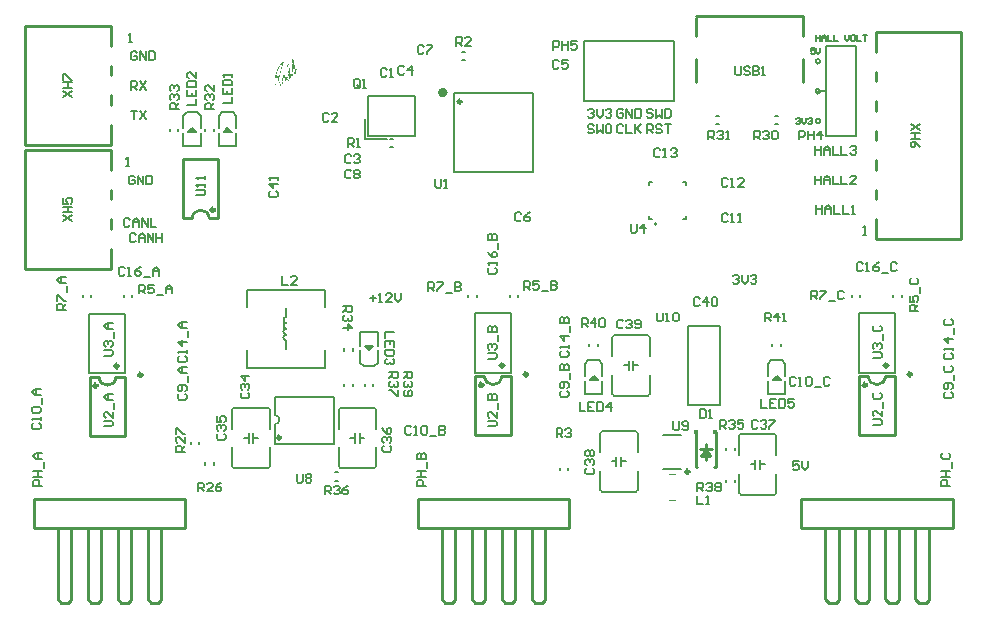
<source format=gbr>
%TF.GenerationSoftware,Altium Limited,Altium Designer,24.0.1 (36)*%
G04 Layer_Color=65535*
%FSLAX45Y45*%
%MOMM*%
%TF.SameCoordinates,1D19F893-C717-4D0B-B0CE-957F46A24576*%
%TF.FilePolarity,Positive*%
%TF.FileFunction,Legend,Top*%
%TF.Part,Single*%
G01*
G75*
%TA.AperFunction,NonConductor*%
%ADD66C,0.20000*%
%ADD70C,0.30000*%
%ADD71C,0.25400*%
%ADD72C,0.15240*%
%ADD73C,0.15001*%
%ADD74C,0.40000*%
%ADD75C,0.12903*%
%ADD76C,0.15000*%
%ADD77C,0.15200*%
%ADD78C,0.10160*%
%ADD79C,0.15199*%
G36*
X-2445798Y827881D02*
X-2445119Y828273D01*
X-2444336Y826916D01*
X-2443657Y827307D01*
X-2442090Y824593D01*
X-2442769Y824201D01*
X-2440418Y820130D01*
X-2441096Y819738D01*
X-2439921Y817702D01*
X-2440600Y817310D01*
X-2439424Y815274D01*
X-2440103Y814883D01*
X-2438536Y812168D01*
X-2439214Y811776D01*
X-2438039Y809741D01*
X-2438718Y809349D01*
X-2437542Y807313D01*
X-2438221Y806921D01*
X-2437045Y804885D01*
X-2437724Y804493D01*
X-2436157Y801779D01*
X-2436836Y801387D01*
X-2435660Y799351D01*
X-2436339Y798960D01*
X-2435164Y796924D01*
X-2435842Y796532D01*
X-2434667Y794497D01*
X-2435345Y794105D01*
X-2434170Y792069D01*
X-2434849Y791677D01*
X-2433673Y789641D01*
X-2434352Y789249D01*
X-2433176Y787214D01*
X-2433855Y786822D01*
X-2433071Y785465D01*
X-2433750Y785073D01*
X-2432575Y783037D01*
X-2433253Y782645D01*
X-2432078Y780609D01*
X-2432756Y780218D01*
X-2431973Y778860D01*
X-2432651Y778469D01*
X-2431476Y776433D01*
X-2432155Y776041D01*
X-2431371Y774684D01*
X-2432050Y774292D01*
X-2430874Y772256D01*
X-2431553Y771864D01*
X-2430378Y769829D01*
X-2431056Y769437D01*
X-2429881Y767401D01*
X-2430560Y767009D01*
X-2429384Y764973D01*
X-2430063Y764582D01*
X-2428887Y762546D01*
X-2429566Y762154D01*
X-2428782Y760797D01*
X-2429461Y760405D01*
X-2428286Y758369D01*
X-2428964Y757977D01*
X-2428181Y756620D01*
X-2428859Y756228D01*
X-2427684Y754193D01*
X-2428362Y753801D01*
X-2427187Y751765D01*
X-2427865Y751373D01*
X-2427082Y750016D01*
X-2427760Y749624D01*
X-2426585Y747588D01*
X-2427264Y747197D01*
X-2426088Y745161D01*
X-2426767Y744769D01*
X-2425592Y742733D01*
X-2426270Y742342D01*
X-2425487Y740984D01*
X-2426165Y740593D01*
X-2424990Y738557D01*
X-2425669Y738165D01*
X-2424493Y736129D01*
X-2425172Y735737D01*
X-2424388Y734380D01*
X-2425067Y733988D01*
X-2423891Y731953D01*
X-2424570Y731561D01*
X-2423786Y730204D01*
X-2424465Y729812D01*
X-2423681Y728454D01*
X-2422324Y729238D01*
X-2422716Y729917D01*
X-2421359Y730700D01*
X-2421751Y731379D01*
X-2421072Y731771D01*
X-2421464Y732449D01*
X-2420106Y733233D01*
X-2420498Y733911D01*
X-2419141Y734695D01*
X-2419533Y735374D01*
X-2418176Y736157D01*
X-2418567Y736836D01*
X-2417211Y737619D01*
X-2417602Y738298D01*
X-2415566Y739473D01*
X-2415958Y740152D01*
X-2414601Y740936D01*
X-2414993Y741614D01*
X-2412957Y742789D01*
X-2413349Y743468D01*
X-2411313Y744643D01*
X-2411705Y745322D01*
X-2408990Y746889D01*
X-2409382Y747568D01*
X-2407346Y748743D01*
X-2407738Y749422D01*
X-2405024Y750989D01*
X-2405416Y751668D01*
X-2402701Y753235D01*
X-2403093Y753913D01*
X-2400378Y755481D01*
X-2400770Y756159D01*
X-2398056Y757726D01*
X-2398448Y758405D01*
X-2395733Y759972D01*
X-2396125Y760650D01*
X-2393411Y762218D01*
X-2393802Y762896D01*
X-2391767Y764072D01*
X-2392158Y764750D01*
X-2390122Y765926D01*
X-2389731Y765247D01*
X-2389052Y765639D01*
X-2388660Y764960D01*
X-2387982Y765352D01*
X-2386807Y763316D01*
X-2387485Y762925D01*
X-2387093Y762246D01*
X-2389129Y761071D01*
X-2388737Y760392D01*
X-2390773Y759217D01*
X-2390381Y758538D01*
X-2393096Y756971D01*
X-2392704Y756292D01*
X-2395418Y754725D01*
X-2395026Y754046D01*
X-2397741Y752479D01*
X-2397349Y751801D01*
X-2400064Y750234D01*
X-2399672Y749555D01*
X-2402386Y747988D01*
X-2401994Y747309D01*
X-2404709Y745742D01*
X-2404317Y745064D01*
X-2406353Y743888D01*
X-2405961Y743209D01*
X-2408675Y741642D01*
X-2408283Y740964D01*
X-2410320Y739788D01*
X-2409928Y739110D01*
X-2411285Y738326D01*
X-2410893Y737647D01*
X-2412929Y736472D01*
X-2412537Y735794D01*
X-2413894Y735010D01*
X-2413502Y734331D01*
X-2414860Y733548D01*
X-2414468Y732869D01*
X-2415825Y732086D01*
X-2415433Y731407D01*
X-2416790Y730623D01*
X-2416399Y729945D01*
X-2417756Y729161D01*
X-2417364Y728483D01*
X-2418721Y727699D01*
X-2418329Y727020D01*
X-2419687Y726237D01*
X-2419295Y725558D01*
X-2419973Y725166D01*
X-2419582Y724488D01*
X-2420939Y723704D01*
X-2420547Y723025D01*
X-2421904Y722242D01*
X-2421513Y721563D01*
X-2422191Y721172D01*
X-2421799Y720493D01*
X-2422478Y720101D01*
X-2421694Y718744D01*
X-2422373Y718352D01*
X-2421198Y716316D01*
X-2421876Y715925D01*
X-2420701Y713889D01*
X-2421379Y713497D01*
X-2420204Y711461D01*
X-2420883Y711069D01*
X-2419707Y709034D01*
X-2420386Y708642D01*
X-2419211Y706606D01*
X-2419889Y706214D01*
X-2418714Y704178D01*
X-2419392Y703787D01*
X-2418217Y701751D01*
X-2418896Y701359D01*
X-2417720Y699323D01*
X-2418399Y698931D01*
X-2416832Y696217D01*
X-2417510Y695825D01*
X-2415943Y693111D01*
X-2416622Y692719D01*
X-2415055Y690004D01*
X-2415733Y689613D01*
X-2414166Y686899D01*
X-2414845Y686507D01*
X-2414061Y685150D01*
X-2415418Y684366D01*
X-2415026Y683687D01*
X-2417062Y682512D01*
X-2417454Y683190D01*
X-2418133Y682799D01*
X-2418524Y683477D01*
X-2419203Y683086D01*
X-2419595Y683764D01*
X-2420273Y683373D01*
X-2421449Y685408D01*
X-2422127Y685016D01*
X-2422911Y686374D01*
X-2423590Y685982D01*
X-2425548Y689375D01*
X-2426227Y688983D01*
X-2428969Y693733D01*
X-2429648Y693342D01*
X-2433958Y700806D01*
X-2433279Y701198D01*
X-2434455Y703234D01*
X-2433776Y703625D01*
X-2434560Y704983D01*
X-2433881Y705375D01*
X-2434665Y706732D01*
X-2433986Y707124D01*
X-2434378Y707802D01*
X-2433699Y708194D01*
X-2434091Y708872D01*
X-2433412Y709264D01*
X-2433804Y709943D01*
X-2433126Y710334D01*
X-2433517Y711013D01*
X-2432160Y711797D01*
X-2432552Y712475D01*
X-2431873Y712867D01*
X-2432265Y713546D01*
X-2430908Y714329D01*
X-2431300Y715008D01*
X-2429943Y715791D01*
X-2430334Y716470D01*
X-2429656Y716862D01*
X-2430047Y717540D01*
X-2428690Y718324D01*
X-2429082Y719003D01*
X-2427725Y719786D01*
X-2428117Y720465D01*
X-2427438Y720857D01*
X-2427830Y721535D01*
X-2427151Y721927D01*
X-2428327Y723963D01*
X-2427648Y724355D01*
X-2428432Y725712D01*
X-2427753Y726104D01*
X-2428928Y728140D01*
X-2428250Y728531D01*
X-2429425Y730567D01*
X-2428747Y730959D01*
X-2429530Y732316D01*
X-2428852Y732708D01*
X-2430027Y734744D01*
X-2429348Y735135D01*
X-2430132Y736493D01*
X-2429453Y736884D01*
X-2430629Y738920D01*
X-2429950Y739312D01*
X-2431125Y741348D01*
X-2430447Y741740D01*
X-2431230Y743097D01*
X-2430552Y743488D01*
X-2431727Y745525D01*
X-2431048Y745916D01*
X-2432224Y747952D01*
X-2431545Y748344D01*
X-2432721Y750380D01*
X-2432042Y750771D01*
X-2432826Y752129D01*
X-2432147Y752520D01*
X-2433323Y754556D01*
X-2432644Y754948D01*
X-2433427Y756305D01*
X-2432749Y756697D01*
X-2433924Y758733D01*
X-2433246Y759125D01*
X-2434421Y761161D01*
X-2433742Y761552D01*
X-2434526Y762910D01*
X-2433847Y763301D01*
X-2435023Y765337D01*
X-2434344Y765729D01*
X-2435520Y767765D01*
X-2434841Y768156D01*
X-2436016Y770192D01*
X-2435338Y770584D01*
X-2436513Y772620D01*
X-2435835Y773011D01*
X-2436618Y774369D01*
X-2435940Y774760D01*
X-2437115Y776796D01*
X-2436436Y777188D01*
X-2437612Y779224D01*
X-2436933Y779616D01*
X-2437717Y780973D01*
X-2437038Y781365D01*
X-2438214Y783401D01*
X-2437535Y783792D01*
X-2438710Y785828D01*
X-2438032Y786220D01*
X-2438815Y787577D01*
X-2438137Y787969D01*
X-2439312Y790005D01*
X-2438633Y790397D01*
X-2439809Y792433D01*
X-2439130Y792824D01*
X-2440306Y794860D01*
X-2439627Y795252D01*
X-2440802Y797287D01*
X-2440124Y797679D01*
X-2441299Y799715D01*
X-2440620Y800107D01*
X-2442188Y802821D01*
X-2441509Y803213D01*
X-2442684Y805249D01*
X-2442006Y805641D01*
X-2443181Y807677D01*
X-2442503Y808068D01*
X-2443678Y810104D01*
X-2442999Y810496D01*
X-2444566Y813210D01*
D01*
D01*
X-2445245Y812819D01*
X-2444461Y811461D01*
X-2445140Y811070D01*
X-2444357Y809712D01*
X-2445035Y809321D01*
X-2444251Y807963D01*
X-2444930Y807572D01*
X-2444146Y806214D01*
X-2444825Y805823D01*
X-2444042Y804465D01*
X-2444720Y804074D01*
X-2443936Y802716D01*
X-2444615Y802325D01*
X-2443832Y800967D01*
X-2444510Y800575D01*
X-2443727Y799218D01*
X-2444405Y798826D01*
X-2443622Y797469D01*
X-2444300Y797078D01*
X-2443517Y795720D01*
X-2444195Y795329D01*
X-2443412Y793971D01*
X-2444090Y793580D01*
X-2443307Y792222D01*
X-2443985Y791831D01*
X-2443202Y790473D01*
X-2443880Y790082D01*
X-2443097Y788725D01*
X-2443775Y788333D01*
X-2442992Y786976D01*
X-2443670Y786584D01*
X-2442887Y785227D01*
X-2443566Y784835D01*
X-2442782Y783477D01*
X-2443460Y783086D01*
X-2442677Y781728D01*
X-2443356Y781337D01*
X-2442964Y780658D01*
X-2443642Y780266D01*
X-2442858Y778909D01*
X-2443537Y778517D01*
X-2442754Y777160D01*
X-2443432Y776768D01*
X-2443040Y776090D01*
X-2443719Y775698D01*
X-2442935Y774341D01*
X-2443614Y773949D01*
X-2443222Y773270D01*
X-2443901Y772879D01*
X-2443117Y771521D01*
X-2443796Y771130D01*
X-2443012Y769772D01*
X-2443691Y769380D01*
X-2443299Y768702D01*
X-2443978Y768310D01*
X-2443194Y766953D01*
X-2443873Y766561D01*
X-2443481Y765882D01*
X-2444159Y765491D01*
X-2443376Y764133D01*
X-2444055Y763742D01*
X-2443663Y763063D01*
X-2444341Y762672D01*
X-2443558Y761314D01*
X-2444236Y760923D01*
X-2443845Y760244D01*
X-2444523Y759852D01*
X-2443740Y758495D01*
X-2444418Y758103D01*
X-2444027Y757424D01*
X-2444705Y757033D01*
X-2444313Y756354D01*
X-2444992Y755962D01*
X-2444208Y754605D01*
X-2444887Y754213D01*
X-2444495Y753535D01*
X-2445174Y753143D01*
X-2444390Y751786D01*
X-2445069Y751394D01*
X-2444677Y750715D01*
X-2445356Y750323D01*
X-2444964Y749645D01*
X-2445642Y749253D01*
X-2444859Y747896D01*
X-2445537Y747504D01*
X-2445146Y746825D01*
X-2445824Y746434D01*
X-2445041Y745076D01*
X-2445719Y744685D01*
X-2445327Y744006D01*
X-2446006Y743614D01*
X-2445222Y742257D01*
X-2445901Y741865D01*
X-2445509Y741186D01*
X-2446188Y740795D01*
X-2445404Y739437D01*
X-2446083Y739046D01*
X-2445691Y738367D01*
X-2446370Y737975D01*
X-2445586Y736618D01*
X-2446265Y736226D01*
X-2445873Y735548D01*
X-2446552Y735156D01*
X-2445768Y733799D01*
X-2446446Y733407D01*
X-2445663Y732050D01*
X-2446341Y731658D01*
X-2445950Y730980D01*
X-2446628Y730588D01*
X-2445845Y729231D01*
X-2446523Y728839D01*
X-2446132Y728160D01*
X-2446810Y727768D01*
X-2446027Y726411D01*
X-2446705Y726019D01*
X-2446313Y725341D01*
X-2446992Y724949D01*
X-2446208Y723592D01*
X-2446887Y723200D01*
X-2446495Y722521D01*
X-2447174Y722130D01*
X-2446390Y720772D01*
X-2447069Y720381D01*
X-2446677Y719702D01*
X-2447356Y719310D01*
X-2446572Y717953D01*
X-2447251Y717561D01*
X-2446859Y716882D01*
X-2447537Y716491D01*
X-2446754Y715133D01*
X-2447432Y714742D01*
X-2447041Y714063D01*
X-2447719Y713671D01*
X-2446936Y712314D01*
X-2447614Y711922D01*
X-2447222Y711244D01*
X-2447901Y710852D01*
X-2447509Y710173D01*
X-2448188Y709781D01*
X-2447404Y708424D01*
X-2448083Y708033D01*
X-2447691Y707354D01*
X-2448370Y706962D01*
X-2447586Y705605D01*
X-2448265Y705213D01*
X-2447481Y703856D01*
X-2448160Y703464D01*
X-2447768Y702785D01*
X-2448447Y702394D01*
X-2447663Y701036D01*
X-2448342Y700645D01*
X-2447950Y699966D01*
X-2448629Y699574D01*
X-2447845Y698217D01*
X-2448524Y697825D01*
X-2447740Y696468D01*
X-2448419Y696076D01*
X-2447635Y694719D01*
X-2448314Y694328D01*
X-2447530Y692970D01*
X-2448209Y692578D01*
X-2447033Y690543D01*
X-2447712Y690151D01*
X-2446928Y688794D01*
X-2446250Y689185D01*
X-2444682Y686471D01*
X-2444004Y686863D01*
X-2439694Y679398D01*
X-2440373Y679006D01*
X-2439981Y678328D01*
X-2440660Y677936D01*
X-2440268Y677257D01*
X-2443661Y675298D01*
X-2444053Y675977D01*
X-2444731Y675585D01*
X-2445515Y676943D01*
X-2446193Y676551D01*
X-2447760Y679265D01*
X-2448439Y678873D01*
X-2450006Y681588D01*
X-2449328Y681980D01*
X-2451678Y686051D01*
X-2451000Y686443D01*
X-2451392Y687122D01*
X-2452070Y686730D01*
X-2452854Y688087D01*
X-2453532Y687695D01*
X-2454316Y689052D01*
X-2454995Y688661D01*
X-2455386Y689339D01*
X-2456065Y688947D01*
X-2456457Y689626D01*
X-2457135Y689234D01*
X-2457527Y689913D01*
X-2458206Y689521D01*
X-2457814Y688842D01*
X-2458493Y688451D01*
X-2457317Y686415D01*
X-2457996Y686023D01*
X-2456820Y683987D01*
X-2457499Y683595D01*
X-2456715Y682238D01*
X-2457394Y681846D01*
X-2456611Y680489D01*
X-2457289Y680097D01*
X-2456505Y678740D01*
X-2457184Y678348D01*
X-2456400Y676991D01*
X-2457079Y676599D01*
X-2456296Y675242D01*
X-2456974Y674850D01*
X-2456190Y673493D01*
X-2456869Y673101D01*
X-2456477Y672423D01*
X-2457156Y672031D01*
X-2456764Y671352D01*
X-2457443Y670961D01*
X-2456659Y669603D01*
X-2457338Y669212D01*
X-2456946Y668533D01*
X-2458303Y667749D01*
X-2457912Y667071D01*
X-2458590Y666679D01*
X-2458198Y666000D01*
X-2459555Y665217D01*
X-2459164Y664538D01*
X-2461878Y662971D01*
X-2462270Y663649D01*
X-2463627Y662866D01*
X-2464411Y664223D01*
X-2465089Y663831D01*
X-2465873Y665189D01*
X-2466552Y664797D01*
X-2470078Y670904D01*
X-2469399Y671296D01*
X-2469791Y671975D01*
X-2471826Y670800D01*
X-2471435Y670121D01*
X-2472113Y669729D01*
X-2471721Y669050D01*
X-2472400Y668659D01*
X-2472008Y667980D01*
X-2472687Y667588D01*
X-2472295Y666910D01*
X-2472974Y666518D01*
X-2472190Y665160D01*
X-2472869Y664769D01*
X-2472085Y663412D01*
X-2472764Y663020D01*
X-2472372Y662341D01*
X-2473050Y661949D01*
X-2472267Y660592D01*
X-2472946Y660200D01*
X-2472554Y659522D01*
X-2473232Y659130D01*
X-2472841Y658451D01*
X-2473519Y658060D01*
X-2472736Y656702D01*
X-2473414Y656311D01*
X-2473022Y655632D01*
X-2473701Y655240D01*
X-2473309Y654562D01*
X-2473988Y654170D01*
X-2473596Y653491D01*
X-2474275Y653100D01*
X-2473883Y652421D01*
X-2474561Y652029D01*
X-2474170Y651350D01*
X-2474848Y650959D01*
X-2474457Y650280D01*
X-2475814Y649497D01*
X-2475422Y648818D01*
X-2476101Y648426D01*
X-2475709Y647747D01*
X-2477066Y646964D01*
X-2476674Y646285D01*
X-2478031Y645502D01*
X-2477640Y644823D01*
X-2480354Y643256D01*
X-2479962Y642577D01*
X-2483355Y640618D01*
X-2483747Y641297D01*
X-2485104Y640514D01*
X-2485496Y641192D01*
X-2486853Y640408D01*
X-2487245Y641087D01*
X-2487924Y640695D01*
X-2489099Y642731D01*
X-2489778Y642339D01*
X-2492912Y647768D01*
X-2492233Y648160D01*
X-2494584Y652231D01*
X-2493905Y652623D01*
X-2495473Y655338D01*
X-2494794Y655729D01*
X-2497537Y660480D01*
X-2496858Y660871D01*
X-2498817Y664265D01*
X-2499495Y663873D01*
X-2499104Y663194D01*
X-2499782Y662802D01*
X-2499390Y662124D01*
X-2500069Y661732D01*
X-2499677Y661053D01*
X-2500356Y660662D01*
X-2499964Y659983D01*
X-2500643Y659591D01*
X-2500251Y658913D01*
X-2500929Y658521D01*
X-2500538Y657842D01*
X-2501216Y657450D01*
X-2500433Y656093D01*
X-2501111Y655701D01*
X-2500720Y655023D01*
X-2501398Y654631D01*
X-2500615Y653274D01*
X-2501293Y652882D01*
X-2500902Y652203D01*
X-2501580Y651811D01*
X-2501188Y651133D01*
X-2501867Y650741D01*
X-2501083Y649384D01*
X-2501762Y648992D01*
X-2500978Y647635D01*
X-2501657Y647243D01*
X-2501265Y646565D01*
X-2501944Y646173D01*
X-2501160Y644816D01*
X-2501839Y644424D01*
X-2501447Y643745D01*
X-2502126Y643353D01*
X-2501734Y642675D01*
X-2502412Y642283D01*
X-2502021Y641604D01*
X-2505414Y639645D01*
X-2505806Y640324D01*
X-2506484Y639932D01*
X-2507268Y641289D01*
X-2507946Y640898D01*
X-2508338Y641576D01*
X-2507659Y641968D01*
X-2510010Y646040D01*
X-2509332Y646431D01*
X-2510899Y649146D01*
X-2510220Y649538D01*
X-2511787Y652252D01*
X-2511109Y652644D01*
X-2512676Y655358D01*
X-2511997Y655750D01*
X-2513173Y657786D01*
X-2512494Y658178D01*
X-2513278Y659535D01*
X-2512599Y659927D01*
X-2513774Y661963D01*
X-2513096Y662354D01*
X-2513879Y663711D01*
X-2513201Y664103D01*
X-2514376Y666139D01*
X-2513698Y666531D01*
X-2514481Y667888D01*
X-2515160Y667496D01*
X-2514768Y666818D01*
X-2515446Y666426D01*
X-2515055Y665747D01*
X-2515733Y665355D01*
X-2514950Y663998D01*
X-2515628Y663606D01*
X-2515237Y662928D01*
X-2515915Y662536D01*
X-2515523Y661857D01*
X-2516880Y661074D01*
X-2516489Y660395D01*
X-2517846Y659612D01*
X-2518238Y660290D01*
X-2519595Y659507D01*
X-2519987Y660185D01*
X-2520665Y659793D01*
X-2522624Y663186D01*
X-2521946Y663578D01*
X-2522729Y664935D01*
X-2522051Y665327D01*
X-2523226Y667363D01*
X-2522547Y667755D01*
X-2523723Y669791D01*
X-2523044Y670183D01*
X-2524220Y672218D01*
X-2523541Y672610D01*
X-2524325Y673967D01*
X-2523646Y674359D01*
X-2524821Y676395D01*
X-2524143Y676787D01*
X-2525318Y678823D01*
X-2525997Y678431D01*
X-2525605Y677752D01*
X-2526283Y677360D01*
X-2525892Y676682D01*
X-2526571Y676290D01*
X-2526179Y675611D01*
X-2526857Y675220D01*
X-2526465Y674541D01*
X-2527144Y674149D01*
X-2526752Y673471D01*
X-2527431Y673079D01*
X-2526647Y671722D01*
X-2527326Y671330D01*
X-2526934Y670651D01*
X-2527613Y670259D01*
X-2527221Y669581D01*
X-2527899Y669189D01*
X-2527508Y668510D01*
X-2528186Y668119D01*
X-2527403Y666761D01*
X-2528081Y666370D01*
X-2527690Y665691D01*
X-2528368Y665299D01*
X-2527584Y663942D01*
X-2528263Y663550D01*
X-2527871Y662872D01*
X-2528550Y662480D01*
X-2527766Y661123D01*
X-2528445Y660731D01*
X-2528053Y660052D01*
X-2528732Y659660D01*
X-2527948Y658303D01*
X-2528627Y657911D01*
X-2528235Y657233D01*
X-2528913Y656841D01*
X-2528130Y655484D01*
X-2528809Y655092D01*
X-2528025Y653735D01*
X-2528704Y653343D01*
X-2527920Y651986D01*
X-2528599Y651594D01*
X-2527815Y650237D01*
X-2528494Y649845D01*
X-2528102Y649167D01*
X-2528780Y648775D01*
X-2527997Y647418D01*
X-2528675Y647026D01*
X-2527892Y645669D01*
X-2528571Y645277D01*
X-2528179Y644598D01*
X-2528857Y644206D01*
X-2528074Y642849D01*
X-2528752Y642457D01*
X-2527969Y641100D01*
X-2528647Y640708D01*
X-2528256Y640030D01*
X-2528934Y639638D01*
X-2528151Y638281D01*
X-2528829Y637889D01*
X-2528045Y636532D01*
X-2528724Y636140D01*
X-2528332Y635461D01*
X-2529011Y635069D01*
X-2528227Y633712D01*
X-2528906Y633321D01*
X-2528122Y631963D01*
X-2528801Y631572D01*
X-2528409Y630893D01*
X-2529088Y630501D01*
X-2528304Y629144D01*
X-2528983Y628752D01*
X-2528591Y628073D01*
X-2529270Y627681D01*
X-2528486Y626324D01*
X-2529165Y625933D01*
X-2528773Y625254D01*
X-2529451Y624862D01*
X-2529060Y624184D01*
X-2529738Y623792D01*
X-2528955Y622435D01*
X-2529633Y622043D01*
X-2529242Y621365D01*
X-2529920Y620973D01*
X-2529528Y620294D01*
X-2530207Y619902D01*
X-2529815Y619224D01*
X-2530494Y618832D01*
X-2530102Y618153D01*
X-2531459Y617370D01*
X-2531067Y616691D01*
X-2532424Y615908D01*
X-2532033Y615229D01*
X-2533390Y614445D01*
X-2533782Y615124D01*
X-2534460Y614732D01*
X-2534852Y615411D01*
X-2535531Y615019D01*
X-2537098Y617733D01*
X-2536419Y618125D01*
X-2536811Y618804D01*
X-2536132Y619195D01*
X-2536524Y619874D01*
X-2535846Y620266D01*
X-2536237Y620944D01*
X-2534880Y621728D01*
X-2535272Y622407D01*
X-2533915Y623190D01*
X-2534307Y623869D01*
X-2533628Y624260D01*
X-2534020Y624939D01*
X-2533341Y625331D01*
X-2534125Y626688D01*
X-2533446Y627080D01*
X-2533838Y627758D01*
X-2533160Y628150D01*
X-2533943Y629508D01*
X-2533264Y629899D01*
X-2533656Y630578D01*
X-2532978Y630970D01*
X-2533761Y632327D01*
X-2533083Y632719D01*
X-2533474Y633397D01*
X-2532796Y633789D01*
X-2533579Y635146D01*
X-2532901Y635538D01*
X-2533684Y636895D01*
X-2533006Y637287D01*
X-2533398Y637966D01*
X-2532719Y638358D01*
X-2533502Y639715D01*
X-2532824Y640106D01*
X-2533608Y641464D01*
X-2532929Y641855D01*
X-2533321Y642534D01*
X-2532642Y642926D01*
X-2533426Y644283D01*
X-2532747Y644675D01*
X-2533531Y646032D01*
X-2532852Y646424D01*
X-2533244Y647103D01*
X-2532565Y647494D01*
X-2533349Y648852D01*
X-2532670Y649243D01*
X-2533454Y650601D01*
X-2532775Y650992D01*
X-2533559Y652349D01*
X-2532880Y652741D01*
X-2533272Y653420D01*
X-2532593Y653811D01*
X-2533377Y655169D01*
X-2532698Y655561D01*
X-2533482Y656918D01*
X-2532803Y657310D01*
X-2533587Y658667D01*
X-2532908Y659059D01*
X-2533300Y659737D01*
X-2532621Y660129D01*
X-2533405Y661486D01*
X-2532726Y661878D01*
X-2533118Y662557D01*
X-2532439Y662948D01*
X-2533223Y664306D01*
X-2532545Y664697D01*
X-2532936Y665376D01*
X-2532258Y665768D01*
X-2533041Y667125D01*
X-2532363Y667517D01*
X-2532754Y668196D01*
X-2532076Y668587D01*
X-2532468Y669266D01*
X-2531789Y669658D01*
X-2532573Y671015D01*
X-2531894Y671407D01*
X-2532286Y672085D01*
X-2531608Y672477D01*
X-2531999Y673156D01*
X-2531321Y673547D01*
X-2531712Y674226D01*
X-2531034Y674618D01*
X-2531817Y675975D01*
X-2531139Y676367D01*
X-2531531Y677045D01*
X-2530852Y677437D01*
X-2531244Y678116D01*
X-2530565Y678508D01*
X-2530957Y679186D01*
X-2530278Y679578D01*
X-2530670Y680257D01*
X-2529992Y680648D01*
X-2530383Y681327D01*
X-2529705Y681719D01*
X-2530097Y682397D01*
X-2529418Y682789D01*
X-2529810Y683468D01*
X-2529131Y683859D01*
X-2529523Y684538D01*
X-2528166Y685322D01*
X-2528557Y686000D01*
X-2525843Y687567D01*
X-2525451Y686889D01*
X-2524772Y687281D01*
X-2524381Y686602D01*
X-2523702Y686994D01*
X-2520568Y681565D01*
X-2521246Y681173D01*
X-2519679Y678459D01*
X-2520358Y678067D01*
X-2519183Y676031D01*
X-2519182D01*
D01*
X-2518504Y676423D01*
X-2518896Y677102D01*
X-2518217Y677493D01*
X-2518609Y678172D01*
X-2517930Y678564D01*
X-2518322Y679242D01*
X-2517643Y679634D01*
X-2518427Y680992D01*
X-2517749Y681383D01*
X-2518140Y682062D01*
X-2517462Y682454D01*
X-2517853Y683132D01*
X-2517175Y683524D01*
X-2517567Y684203D01*
X-2516888Y684595D01*
X-2517280Y685273D01*
X-2516601Y685665D01*
X-2516993Y686344D01*
X-2514279Y687911D01*
X-2513887Y687232D01*
X-2513208Y687624D01*
X-2510857Y683552D01*
X-2511536Y683160D01*
X-2510752Y681803D01*
X-2511431Y681411D01*
X-2510256Y679376D01*
X-2510934Y678984D01*
X-2510151Y677627D01*
X-2510829Y677235D01*
X-2510046Y675877D01*
X-2510724Y675486D01*
X-2509549Y673450D01*
X-2510228Y673058D01*
X-2509444Y671701D01*
X-2510122Y671309D01*
X-2509339Y669952D01*
X-2510018Y669560D01*
X-2509234Y668203D01*
X-2509913Y667811D01*
X-2508737Y665775D01*
X-2509416Y665383D01*
X-2509024Y664705D01*
X-2508632Y664027D01*
X-2509311Y663635D01*
X-2508135Y661599D01*
X-2508814Y661207D01*
X-2507639Y659171D01*
X-2508317Y658779D01*
X-2507534Y657422D01*
X-2508212Y657030D01*
X-2506645Y654316D01*
X-2507324Y653924D01*
X-2506148Y651888D01*
X-2505470Y652280D01*
X-2506254Y653638D01*
X-2505575Y654029D01*
X-2505967Y654708D01*
X-2505288Y655100D01*
X-2506072Y656457D01*
X-2505393Y656849D01*
X-2505785Y657527D01*
X-2505106Y657919D01*
X-2505498Y658598D01*
X-2504819Y658990D01*
X-2505211Y659668D01*
X-2504532Y660060D01*
X-2505316Y661417D01*
X-2504638Y661809D01*
X-2505029Y662487D01*
X-2504351Y662879D01*
X-2504743Y663558D01*
X-2504064Y663950D01*
X-2504456Y664628D01*
X-2503777Y665020D01*
X-2504169Y665699D01*
X-2503490Y666090D01*
X-2503882Y666769D01*
X-2503204Y667161D01*
X-2503595Y667839D01*
X-2502238Y668623D01*
X-2502630Y669301D01*
X-2499237Y671260D01*
X-2498845Y670582D01*
X-2498167Y670974D01*
X-2497775Y670295D01*
X-2497096Y670687D01*
X-2495529Y667973D01*
X-2494850Y668364D01*
X-2496418Y671079D01*
X-2495739Y671471D01*
X-2496914Y673506D01*
X-2496236Y673898D01*
X-2497019Y675255D01*
X-2496341Y675647D01*
X-2497124Y677004D01*
X-2496446Y677396D01*
X-2497229Y678753D01*
X-2496551Y679145D01*
X-2497334Y680502D01*
X-2496656Y680894D01*
X-2497047Y681572D01*
X-2496369Y681964D01*
X-2496761Y682643D01*
X-2496082Y683035D01*
X-2496474Y683713D01*
X-2495795Y684105D01*
X-2496187Y684784D01*
X-2495508Y685176D01*
X-2495900Y685854D01*
X-2494543Y686638D01*
X-2494935Y687316D01*
X-2493577Y688100D01*
X-2493969Y688779D01*
X-2491934Y689954D01*
X-2492325Y690633D01*
X-2487575Y693375D01*
X-2487183Y692697D01*
X-2485147Y693872D01*
X-2484756Y693193D01*
X-2484077Y693585D01*
X-2483685Y692906D01*
X-2483007Y693298D01*
X-2482615Y692620D01*
X-2481936Y693011D01*
X-2481153Y691654D01*
X-2480474Y692046D01*
X-2479299Y690010D01*
X-2478620Y690402D01*
X-2476661Y687009D01*
X-2475983Y687401D01*
X-2477941Y690794D01*
X-2477263Y691186D01*
X-2478830Y693900D01*
X-2478152Y694292D01*
X-2480111Y697685D01*
X-2479432Y698077D01*
X-2480999Y700791D01*
X-2480320Y701183D01*
X-2481496Y703219D01*
X-2480817Y703610D01*
X-2482384Y706325D01*
X-2481706Y706717D01*
X-2483273Y709431D01*
X-2482594Y709823D01*
X-2483770Y711858D01*
X-2483091Y712250D01*
X-2484266Y714286D01*
X-2483588Y714678D01*
X-2484763Y716714D01*
X-2484084Y717105D01*
X-2485260Y719141D01*
X-2484581Y719533D01*
X-2485757Y721569D01*
X-2485078Y721961D01*
X-2486254Y723997D01*
X-2485575Y724388D01*
X-2486750Y726424D01*
X-2486072Y726816D01*
X-2487247Y728852D01*
X-2486569Y729244D01*
X-2487352Y730601D01*
X-2486673Y730993D01*
X-2487849Y733029D01*
X-2487170Y733420D01*
X-2488346Y735456D01*
X-2487667Y735848D01*
X-2488450Y737205D01*
X-2487772Y737597D01*
X-2488947Y739633D01*
X-2488269Y740024D01*
X-2489052Y741382D01*
X-2488373Y741773D01*
X-2489549Y743809D01*
X-2488870Y744201D01*
X-2489654Y745558D01*
X-2488975Y745950D01*
X-2489759Y747307D01*
X-2489080Y747699D01*
X-2490256Y749735D01*
X-2489577Y750127D01*
X-2490361Y751484D01*
X-2489682Y751876D01*
X-2490466Y753233D01*
X-2489787Y753625D01*
X-2490571Y754982D01*
X-2489892Y755374D01*
X-2490676Y756731D01*
X-2489997Y757122D01*
X-2491173Y759158D01*
X-2490494Y759550D01*
X-2491278Y760907D01*
X-2490599Y761299D01*
X-2491383Y762656D01*
X-2490704Y763048D01*
X-2491488Y764405D01*
X-2490809Y764797D01*
X-2491201Y765476D01*
X-2490522Y765867D01*
X-2491306Y767225D01*
X-2490627Y767616D01*
X-2491411Y768974D01*
X-2490732Y769365D01*
X-2491124Y770044D01*
X-2490445Y770436D01*
X-2491229Y771793D01*
X-2490550Y772185D01*
X-2490942Y772863D01*
X-2490263Y773255D01*
X-2490655Y773934D01*
X-2489976Y774326D01*
X-2490368Y775004D01*
X-2489690Y775396D01*
X-2490082Y776075D01*
X-2489403Y776466D01*
X-2489795Y777145D01*
X-2488437Y777929D01*
X-2488829Y778607D01*
X-2487472Y779391D01*
X-2487864Y780069D01*
X-2486507Y780853D01*
X-2486115Y780174D01*
X-2484758Y780958D01*
X-2484366Y780279D01*
X-2483687Y780671D01*
X-2483296Y779993D01*
X-2482617Y780384D01*
X-2482225Y779706D01*
X-2481546Y780098D01*
X-2476845Y771955D01*
X-2477524Y771563D01*
X-2475956Y768848D01*
X-2476635Y768456D01*
X-2475460Y766421D01*
X-2476138Y766029D01*
X-2474963Y763993D01*
X-2475641Y763601D01*
X-2474466Y761565D01*
X-2475145Y761173D01*
X-2473969Y759138D01*
X-2474648Y758746D01*
X-2473864Y757389D01*
X-2474543Y756997D01*
X-2473368Y754961D01*
X-2474046Y754569D01*
X-2473263Y753212D01*
X-2473941Y752820D01*
X-2473158Y751463D01*
X-2473836Y751071D01*
X-2472661Y749035D01*
X-2473339Y748644D01*
X-2472556Y747286D01*
X-2473235Y746895D01*
X-2472451Y745537D01*
X-2473130Y745146D01*
X-2472346Y743789D01*
X-2473025Y743397D01*
X-2472241Y742040D01*
X-2472920Y741648D01*
X-2471744Y739612D01*
X-2472423Y739220D01*
X-2471639Y737863D01*
X-2472318Y737471D01*
X-2471534Y736114D01*
X-2472213Y735722D01*
X-2471429Y734365D01*
X-2472108Y733973D01*
X-2471324Y732616D01*
X-2472003Y732224D01*
X-2471219Y730867D01*
X-2471898Y730475D01*
X-2471114Y729118D01*
X-2471793Y728726D01*
X-2471009Y727369D01*
X-2471688Y726977D01*
X-2470904Y725620D01*
X-2471583Y725228D01*
X-2470799Y723871D01*
X-2471478Y723479D01*
X-2470694Y722122D01*
X-2471373Y721730D01*
X-2470981Y721052D01*
X-2471660Y720660D01*
X-2470876Y719303D01*
X-2471555Y718911D01*
X-2470771Y717554D01*
X-2471450Y717162D01*
X-2470666Y715805D01*
X-2471345Y715413D01*
X-2470561Y714056D01*
X-2471240Y713664D01*
X-2470456Y712307D01*
X-2471135Y711915D01*
X-2470351Y710558D01*
X-2471030Y710166D01*
X-2470246Y708809D01*
X-2470925Y708417D01*
X-2470533Y707738D01*
X-2471212Y707347D01*
X-2470428Y705989D01*
X-2471107Y705598D01*
X-2470323Y704240D01*
X-2471002Y703848D01*
X-2470218Y702491D01*
X-2470897Y702099D01*
X-2470113Y700742D01*
X-2470792Y700350D01*
X-2470008Y698993D01*
X-2470687Y698601D01*
X-2469511Y696566D01*
X-2470190Y696174D01*
X-2469407Y694816D01*
X-2470085Y694425D01*
X-2469301Y693067D01*
X-2469980Y692676D01*
X-2469196Y691319D01*
X-2469875Y690927D01*
X-2469092Y689570D01*
X-2469770Y689178D01*
X-2468987Y687821D01*
X-2469665Y687429D01*
X-2468882Y686072D01*
X-2469560Y685680D01*
X-2468777Y684323D01*
X-2469455Y683931D01*
X-2468672Y682574D01*
X-2469350Y682182D01*
X-2468175Y680146D01*
X-2468854Y679754D01*
X-2465327Y673647D01*
X-2466006Y673255D01*
X-2463264Y668505D01*
X-2461906Y669288D01*
X-2462298Y669967D01*
X-2461619Y670359D01*
X-2462011Y671037D01*
X-2461333Y671429D01*
X-2461724Y672108D01*
X-2461046Y672500D01*
X-2461829Y673857D01*
X-2461151Y674249D01*
X-2461542Y674927D01*
X-2460864Y675319D01*
X-2461648Y676676D01*
X-2460969Y677068D01*
X-2461753Y678425D01*
X-2461074Y678817D01*
X-2461857Y680174D01*
X-2461179Y680566D01*
X-2461963Y681923D01*
X-2461284Y682315D01*
X-2462459Y684351D01*
X-2461781Y684743D01*
X-2462956Y686778D01*
X-2462278Y687170D01*
X-2463453Y689206D01*
X-2462774Y689598D01*
X-2464733Y692991D01*
X-2464055Y693382D01*
X-2465622Y696097D01*
X-2464943Y696489D01*
X-2465335Y697167D01*
X-2462620Y698734D01*
X-2462229Y698056D01*
X-2461550Y698448D01*
X-2460766Y697091D01*
X-2460088Y697482D01*
X-2458912Y695446D01*
X-2458234Y695838D01*
X-2457450Y694481D01*
X-2456772Y694873D01*
X-2456380Y694194D01*
X-2455701Y694586D01*
X-2455310Y693908D01*
X-2454631Y694299D01*
X-2453847Y692942D01*
X-2452490Y693726D01*
X-2453274Y695083D01*
X-2452595Y695475D01*
X-2452987Y696153D01*
X-2452309Y696545D01*
X-2453092Y697902D01*
X-2452413Y698294D01*
X-2453197Y699651D01*
X-2452518Y700043D01*
X-2453302Y701400D01*
X-2452623Y701792D01*
X-2453015Y702471D01*
X-2452336Y702862D01*
X-2453120Y704220D01*
X-2452441Y704611D01*
X-2452833Y705290D01*
X-2452155Y705682D01*
X-2452938Y707039D01*
X-2452260Y707431D01*
X-2452651Y708109D01*
X-2451973Y708501D01*
X-2452756Y709858D01*
X-2452078Y710250D01*
X-2452470Y710929D01*
X-2451791Y711321D01*
X-2452574Y712678D01*
X-2451896Y713070D01*
X-2452288Y713748D01*
X-2451609Y714140D01*
X-2452393Y715497D01*
X-2451714Y715889D01*
X-2452106Y716568D01*
X-2451427Y716959D01*
X-2452211Y718317D01*
X-2451532Y718708D01*
X-2451924Y719387D01*
X-2451246Y719779D01*
X-2452029Y721136D01*
X-2451350Y721528D01*
X-2451742Y722206D01*
X-2451064Y722598D01*
X-2451455Y723277D01*
X-2450777Y723669D01*
X-2451561Y725026D01*
X-2450882Y725418D01*
X-2451665Y726775D01*
X-2450987Y727167D01*
X-2451379Y727845D01*
X-2450700Y728237D01*
X-2451484Y729594D01*
X-2450805Y729986D01*
X-2451197Y730665D01*
X-2450518Y731056D01*
X-2451302Y732414D01*
X-2450623Y732805D01*
X-2451015Y733484D01*
X-2450336Y733876D01*
X-2451120Y735233D01*
X-2450441Y735625D01*
X-2451225Y736982D01*
X-2450546Y737374D01*
X-2450938Y738052D01*
X-2450259Y738444D01*
X-2451043Y739801D01*
X-2450364Y740193D01*
X-2450756Y740872D01*
X-2450078Y741263D01*
X-2450861Y742621D01*
X-2450183Y743012D01*
X-2450574Y743691D01*
X-2449896Y744083D01*
X-2450679Y745440D01*
X-2450001Y745832D01*
X-2450393Y746510D01*
X-2449714Y746902D01*
X-2450106Y747581D01*
X-2449427Y747973D01*
X-2450211Y749330D01*
X-2449532Y749722D01*
X-2449924Y750400D01*
X-2449245Y750792D01*
X-2450029Y752149D01*
X-2449350Y752541D01*
X-2449742Y753220D01*
X-2449064Y753611D01*
X-2449455Y754290D01*
X-2448777Y754682D01*
X-2449560Y756039D01*
X-2448882Y756431D01*
X-2449273Y757109D01*
X-2448595Y757501D01*
X-2449378Y758859D01*
X-2448700Y759250D01*
X-2449092Y759929D01*
X-2448413Y760321D01*
X-2449197Y761678D01*
X-2448518Y762070D01*
X-2448910Y762748D01*
X-2448231Y763140D01*
X-2449015Y764497D01*
X-2448336Y764889D01*
X-2448728Y765567D01*
X-2448049Y765959D01*
X-2448833Y767316D01*
X-2448154Y767708D01*
X-2448546Y768387D01*
X-2447867Y768779D01*
X-2448651Y770136D01*
X-2447972Y770528D01*
X-2448364Y771206D01*
X-2447686Y771598D01*
X-2448469Y772955D01*
X-2447791Y773347D01*
X-2448182Y774026D01*
X-2447504Y774418D01*
X-2448287Y775775D01*
X-2447609Y776167D01*
X-2448392Y777524D01*
X-2447714Y777916D01*
X-2448106Y778594D01*
X-2447427Y778986D01*
X-2448210Y780343D01*
X-2447532Y780735D01*
X-2448315Y782092D01*
X-2447637Y782484D01*
X-2448421Y783841D01*
X-2447742Y784233D01*
X-2448525Y785590D01*
X-2447847Y785982D01*
X-2448239Y786661D01*
X-2447560Y787053D01*
X-2448344Y788410D01*
X-2447665Y788801D01*
X-2448449Y790158D01*
X-2447770Y790550D01*
X-2448554Y791907D01*
X-2447875Y792299D01*
X-2448659Y793656D01*
X-2447980Y794048D01*
X-2448764Y795405D01*
X-2448085Y795797D01*
X-2448869Y797154D01*
X-2448190Y797546D01*
X-2448974Y798903D01*
X-2448295Y799295D01*
X-2449079Y800652D01*
X-2448400Y801044D01*
X-2449184Y802401D01*
X-2448505Y802793D01*
X-2449288Y804151D01*
X-2448610Y804542D01*
X-2449394Y805899D01*
X-2448715Y806291D01*
X-2449499Y807648D01*
X-2448820Y808040D01*
X-2449603Y809397D01*
X-2448925Y809789D01*
X-2449709Y811146D01*
X-2449030Y811538D01*
X-2449813Y812896D01*
X-2449135Y813287D01*
X-2450310Y815323D01*
X-2449632Y815715D01*
X-2450024Y816394D01*
X-2449345Y816785D01*
X-2450128Y818143D01*
X-2449450Y818534D01*
X-2450233Y819892D01*
X-2449555Y820283D01*
X-2450338Y821640D01*
X-2449660Y822032D01*
X-2450051Y822711D01*
X-2449373Y823102D01*
X-2450156Y824460D01*
X-2449478Y824852D01*
X-2449870Y825530D01*
X-2448513Y826314D01*
X-2448904Y826992D01*
X-2446190Y828559D01*
X-2445798Y827881D01*
D02*
G37*
G36*
X-2526454Y803029D02*
X-2525776Y803421D01*
X-2525384Y802743D01*
X-2524705Y803135D01*
X-2523138Y800420D01*
X-2523817Y800028D01*
X-2523033Y798671D01*
X-2523712Y798279D01*
X-2523320Y797601D01*
X-2523999Y797209D01*
X-2523607Y796530D01*
X-2524285Y796138D01*
X-2523894Y795460D01*
X-2524572Y795068D01*
X-2524180Y794389D01*
X-2524859Y793998D01*
X-2524467Y793319D01*
X-2525146Y792927D01*
X-2524754Y792249D01*
X-2525433Y791857D01*
X-2525041Y791178D01*
X-2525719Y790786D01*
X-2525328Y790108D01*
X-2526006Y789716D01*
X-2525614Y789037D01*
X-2526293Y788646D01*
X-2525901Y787967D01*
X-2526580Y787575D01*
X-2526188Y786897D01*
X-2526867Y786505D01*
X-2526475Y785826D01*
X-2527153Y785434D01*
X-2526762Y784756D01*
X-2527440Y784364D01*
X-2527049Y783685D01*
X-2527727Y783294D01*
X-2527335Y782615D01*
X-2528014Y782223D01*
X-2527622Y781545D01*
X-2528301Y781153D01*
X-2527909Y780474D01*
X-2528588Y780082D01*
X-2528196Y779404D01*
X-2528874Y779012D01*
X-2528483Y778333D01*
X-2529161Y777942D01*
X-2528769Y777263D01*
X-2529448Y776871D01*
X-2529056Y776193D01*
X-2529735Y775801D01*
X-2529343Y775122D01*
X-2530022Y774730D01*
X-2529630Y774052D01*
X-2530987Y773268D01*
X-2530595Y772590D01*
X-2531274Y772198D01*
X-2530882Y771519D01*
X-2531561Y771128D01*
X-2531169Y770449D01*
X-2531847Y770057D01*
X-2531456Y769379D01*
X-2532134Y768987D01*
X-2531742Y768308D01*
X-2532421Y767916D01*
X-2532029Y767238D01*
X-2532708Y766846D01*
X-2532316Y766167D01*
X-2532995Y765776D01*
X-2532603Y765097D01*
X-2533281Y764705D01*
X-2532890Y764027D01*
X-2533568Y763635D01*
X-2533177Y762956D01*
X-2534534Y762173D01*
X-2534142Y761494D01*
X-2534820Y761102D01*
X-2534429Y760424D01*
X-2535107Y760032D01*
X-2534716Y759353D01*
X-2535394Y758961D01*
X-2535002Y758283D01*
X-2535681Y757891D01*
X-2535289Y757212D01*
X-2535968Y756821D01*
X-2535576Y756142D01*
X-2536255Y755750D01*
X-2535863Y755072D01*
X-2536542Y754680D01*
X-2536150Y754001D01*
X-2536828Y753609D01*
X-2536436Y752931D01*
X-2537115Y752539D01*
X-2536723Y751860D01*
X-2537402Y751469D01*
X-2537010Y750790D01*
X-2538367Y750006D01*
X-2537975Y749328D01*
X-2538654Y748936D01*
X-2538262Y748257D01*
X-2538941Y747866D01*
X-2538549Y747187D01*
X-2539228Y746795D01*
X-2538836Y746117D01*
X-2539515Y745725D01*
X-2539123Y745046D01*
X-2539801Y744654D01*
X-2539409Y743976D01*
X-2540088Y743584D01*
X-2539696Y742905D01*
X-2540375Y742514D01*
X-2539983Y741835D01*
X-2540662Y741443D01*
X-2540270Y740765D01*
X-2540949Y740373D01*
X-2540557Y739694D01*
X-2541235Y739303D01*
X-2540843Y738624D01*
X-2541522Y738232D01*
X-2541130Y737554D01*
X-2541809Y737162D01*
X-2541417Y736483D01*
X-2542096Y736091D01*
X-2541704Y735413D01*
X-2542383Y735021D01*
X-2541991Y734342D01*
X-2542669Y733951D01*
X-2542278Y733272D01*
X-2542956Y732880D01*
X-2542564Y732202D01*
X-2543243Y731810D01*
X-2542851Y731131D01*
X-2543530Y730739D01*
X-2543138Y730061D01*
X-2543817Y729669D01*
X-2543425Y728990D01*
X-2544103Y728599D01*
X-2543712Y727920D01*
X-2544390Y727528D01*
X-2543998Y726850D01*
X-2544677Y726458D01*
X-2544285Y725779D01*
X-2544964Y725387D01*
X-2544572Y724709D01*
X-2545251Y724317D01*
X-2544859Y723638D01*
X-2545537Y723247D01*
X-2545146Y722568D01*
X-2545824Y722176D01*
X-2545433Y721498D01*
X-2546111Y721106D01*
X-2545719Y720427D01*
X-2546398Y720035D01*
X-2546006Y719357D01*
X-2546685Y718965D01*
X-2546293Y718286D01*
X-2546972Y717895D01*
X-2546580Y717216D01*
X-2547258Y716824D01*
X-2546867Y716146D01*
X-2547545Y715754D01*
X-2547153Y715075D01*
X-2547832Y714683D01*
X-2547440Y714005D01*
X-2548119Y713613D01*
X-2547727Y712934D01*
X-2548406Y712543D01*
X-2548014Y711864D01*
X-2548692Y711472D01*
X-2548301Y710794D01*
X-2548979Y710402D01*
X-2548587Y709723D01*
X-2549266Y709331D01*
X-2548874Y708653D01*
X-2549553Y708261D01*
X-2549161Y707582D01*
X-2549840Y707191D01*
X-2549448Y706512D01*
X-2550126Y706120D01*
X-2549735Y705442D01*
X-2550413Y705050D01*
X-2550022Y704371D01*
X-2550700Y703979D01*
X-2550308Y703301D01*
X-2550987Y702909D01*
X-2550595Y702230D01*
X-2551274Y701839D01*
X-2550882Y701160D01*
X-2551561Y700768D01*
X-2551169Y700090D01*
X-2551847Y699698D01*
X-2551456Y699019D01*
X-2552134Y698628D01*
X-2551742Y697949D01*
X-2552421Y697557D01*
X-2552029Y696879D01*
X-2552708Y696487D01*
X-2552316Y695808D01*
X-2552995Y695416D01*
X-2552211Y694059D01*
X-2552890Y693667D01*
X-2552498Y692989D01*
X-2553177Y692597D01*
X-2552785Y691918D01*
X-2553463Y691527D01*
X-2553071Y690848D01*
X-2553750Y690456D01*
X-2553358Y689778D01*
X-2554037Y689386D01*
X-2553645Y688707D01*
X-2554324Y688315D01*
X-2553932Y687637D01*
X-2554611Y687245D01*
X-2554219Y686566D01*
X-2554897Y686175D01*
X-2554505Y685496D01*
X-2555184Y685104D01*
X-2554792Y684426D01*
X-2555471Y684034D01*
X-2555079Y683355D01*
X-2555758Y682963D01*
X-2555366Y682285D01*
X-2556045Y681893D01*
X-2555653Y681215D01*
X-2556331Y680823D01*
X-2555940Y680144D01*
X-2556618Y679752D01*
X-2556226Y679074D01*
X-2556905Y678682D01*
X-2556513Y678003D01*
X-2557192Y677611D01*
X-2556800Y676933D01*
X-2557479Y676541D01*
X-2557087Y675863D01*
X-2557766Y675471D01*
X-2557374Y674792D01*
X-2558052Y674400D01*
X-2557660Y673722D01*
X-2558339Y673330D01*
X-2557555Y671972D01*
X-2558234Y671581D01*
X-2557842Y670902D01*
X-2558521Y670510D01*
X-2558129Y669832D01*
X-2558808Y669440D01*
X-2558416Y668761D01*
X-2559094Y668370D01*
X-2558311Y667012D01*
X-2558990Y666620D01*
X-2558598Y665942D01*
X-2559276Y665551D01*
X-2558884Y664872D01*
X-2559563Y664480D01*
X-2558779Y663123D01*
X-2559458Y662731D01*
X-2559066Y662053D01*
X-2559745Y661661D01*
X-2558961Y660303D01*
X-2559640Y659912D01*
X-2558856Y658554D01*
X-2559535Y658163D01*
X-2559143Y657484D01*
X-2559822Y657092D01*
X-2559038Y655735D01*
X-2559717Y655343D01*
X-2559325Y654665D01*
X-2560004Y654273D01*
X-2559612Y653594D01*
X-2560291Y653202D01*
X-2559507Y651845D01*
X-2560185Y651453D01*
X-2559794Y650775D01*
X-2560472Y650383D01*
X-2559297Y648347D01*
X-2559976Y647956D01*
X-2559584Y647277D01*
X-2562298Y645710D01*
X-2559947Y641638D01*
X-2560626Y641246D01*
X-2558275Y637174D01*
X-2558954Y636783D01*
X-2556211Y632033D01*
X-2556890Y631641D01*
X-2554539Y627569D01*
X-2555218Y627177D01*
X-2552475Y622427D01*
X-2553154Y622035D01*
X-2550411Y617285D01*
X-2551090Y616893D01*
X-2548347Y612143D01*
X-2549026Y611751D01*
X-2545108Y604966D01*
X-2545787Y604574D01*
X-2543044Y599823D01*
X-2544401Y599040D01*
X-2544010Y598361D01*
X-2544688Y597969D01*
X-2545080Y598648D01*
X-2546437Y597864D01*
X-2547221Y599222D01*
X-2547899Y598830D01*
X-2550250Y602902D01*
X-2549571Y603293D01*
X-2553098Y609401D01*
X-2552419Y609792D01*
X-2555553Y615221D01*
X-2554875Y615613D01*
X-2557617Y620363D01*
X-2556939Y620755D01*
X-2559681Y625505D01*
X-2559003Y625897D01*
X-2561354Y629969D01*
X-2560675Y630360D01*
X-2563025Y634432D01*
X-2562347Y634824D01*
X-2565089Y639574D01*
X-2564411Y639966D01*
X-2566762Y644038D01*
X-2566083Y644429D01*
X-2568825Y649180D01*
X-2568147Y649571D01*
X-2570498Y653643D01*
X-2569819Y654035D01*
X-2572562Y658785D01*
X-2571883Y659176D01*
X-2574626Y663927D01*
X-2573947Y664319D01*
X-2577473Y670426D01*
X-2576794Y670818D01*
X-2583846Y683033D01*
X-2583168Y683424D01*
X-2583560Y684103D01*
X-2580845Y685670D01*
X-2580454Y684992D01*
X-2579775Y685383D01*
X-2572331Y672490D01*
X-2573010Y672098D01*
X-2569875Y666669D01*
X-2570554Y666278D01*
X-2567420Y660849D01*
X-2568098Y660457D01*
X-2565747Y656386D01*
X-2566426Y655994D01*
X-2564859Y653279D01*
X-2564180Y653671D01*
X-2564572Y654350D01*
X-2563894Y654741D01*
X-2564677Y656099D01*
X-2563998Y656490D01*
X-2564390Y657169D01*
X-2563712Y657561D01*
X-2564495Y658918D01*
X-2563817Y659310D01*
X-2564208Y659989D01*
X-2563530Y660380D01*
X-2564313Y661738D01*
X-2563635Y662129D01*
X-2564418Y663486D01*
X-2563740Y663878D01*
X-2564132Y664557D01*
X-2563453Y664949D01*
X-2563845Y665627D01*
X-2563166Y666019D01*
X-2563950Y667376D01*
X-2563271Y667768D01*
X-2563663Y668446D01*
X-2562984Y668838D01*
X-2563376Y669517D01*
X-2562697Y669909D01*
X-2563481Y671266D01*
X-2562802Y671658D01*
X-2563194Y672336D01*
X-2562516Y672728D01*
X-2562907Y673407D01*
X-2562229Y673798D01*
X-2562621Y674477D01*
X-2561942Y674869D01*
X-2562334Y675548D01*
X-2561655Y675939D01*
X-2562047Y676618D01*
X-2561369Y677010D01*
X-2561760Y677688D01*
X-2561082Y678080D01*
X-2561473Y678759D01*
X-2560795Y679151D01*
X-2561187Y679829D01*
X-2560508Y680221D01*
X-2560900Y680900D01*
X-2560221Y681291D01*
X-2560613Y681970D01*
X-2559934Y682362D01*
X-2560326Y683040D01*
X-2559648Y683432D01*
X-2560039Y684111D01*
X-2559361Y684503D01*
X-2559753Y685181D01*
X-2559074Y685573D01*
X-2559466Y686252D01*
X-2558787Y686643D01*
X-2559571Y688000D01*
X-2558892Y688392D01*
X-2559284Y689071D01*
X-2558605Y689463D01*
X-2558997Y690141D01*
X-2558318Y690533D01*
X-2558710Y691212D01*
X-2558032Y691603D01*
X-2558423Y692282D01*
X-2557745Y692674D01*
X-2558137Y693352D01*
X-2557458Y693744D01*
X-2557850Y694423D01*
X-2557171Y694815D01*
X-2557563Y695493D01*
X-2556884Y695885D01*
X-2557276Y696564D01*
X-2556598Y696955D01*
X-2556989Y697634D01*
X-2556311Y698026D01*
X-2556703Y698704D01*
X-2556024Y699096D01*
X-2556416Y699775D01*
X-2555737Y700166D01*
X-2556129Y700845D01*
X-2555450Y701237D01*
X-2555842Y701916D01*
X-2555163Y702307D01*
X-2555555Y702986D01*
X-2554877Y703378D01*
X-2555268Y704056D01*
X-2554590Y704448D01*
X-2554982Y705127D01*
X-2554303Y705519D01*
X-2554695Y706197D01*
X-2554016Y706589D01*
X-2554408Y707268D01*
X-2553729Y707659D01*
X-2554121Y708338D01*
X-2553443Y708730D01*
X-2553835Y709408D01*
X-2553156Y709800D01*
X-2553548Y710479D01*
X-2552869Y710871D01*
X-2553261Y711549D01*
X-2552582Y711941D01*
X-2552974Y712619D01*
X-2552295Y713011D01*
X-2552687Y713690D01*
X-2552009Y714082D01*
X-2552401Y714760D01*
X-2551722Y715152D01*
X-2552114Y715831D01*
X-2551435Y716222D01*
X-2551827Y716901D01*
X-2551148Y717293D01*
X-2551540Y717971D01*
X-2550862Y718363D01*
X-2551253Y719042D01*
X-2550575Y719434D01*
X-2550966Y720112D01*
X-2550288Y720504D01*
X-2550680Y721183D01*
X-2550001Y721574D01*
X-2550393Y722253D01*
X-2549714Y722645D01*
X-2550106Y723323D01*
X-2549427Y723715D01*
X-2549819Y724394D01*
X-2549140Y724786D01*
X-2549924Y726143D01*
X-2549246Y726535D01*
X-2549637Y727213D01*
X-2548959Y727605D01*
X-2549351Y728284D01*
X-2548672Y728675D01*
X-2549064Y729354D01*
X-2548385Y729746D01*
X-2548777Y730424D01*
X-2548098Y730816D01*
X-2548490Y731495D01*
X-2547812Y731887D01*
X-2548203Y732565D01*
X-2547525Y732957D01*
X-2547916Y733636D01*
X-2547238Y734027D01*
X-2547629Y734706D01*
X-2546951Y735098D01*
X-2547343Y735776D01*
X-2546664Y736168D01*
X-2547056Y736847D01*
X-2546377Y737239D01*
X-2546769Y737917D01*
X-2546090Y738309D01*
X-2546482Y738988D01*
X-2545804Y739379D01*
X-2546195Y740058D01*
X-2545517Y740450D01*
X-2545909Y741128D01*
X-2544551Y741912D01*
X-2544943Y742591D01*
X-2544265Y742982D01*
X-2544656Y743661D01*
X-2543978Y744053D01*
X-2544370Y744731D01*
X-2543691Y745123D01*
X-2544083Y745802D01*
X-2543404Y746193D01*
X-2543796Y746872D01*
X-2543118Y747264D01*
X-2543509Y747942D01*
X-2542831Y748334D01*
X-2543222Y749013D01*
X-2542544Y749405D01*
X-2542936Y750083D01*
X-2542257Y750475D01*
X-2542649Y751154D01*
X-2541970Y751545D01*
X-2542362Y752224D01*
X-2541684Y752616D01*
X-2542075Y753294D01*
X-2541397Y753686D01*
X-2541788Y754365D01*
X-2541110Y754757D01*
X-2541502Y755435D01*
X-2540823Y755827D01*
X-2541215Y756506D01*
X-2540536Y756897D01*
X-2540928Y757576D01*
X-2540249Y757968D01*
X-2540641Y758646D01*
X-2539284Y759430D01*
X-2539676Y760109D01*
X-2538997Y760500D01*
X-2539389Y761179D01*
X-2538710Y761571D01*
X-2539102Y762249D01*
X-2538423Y762641D01*
X-2538815Y763320D01*
X-2538137Y763712D01*
X-2538529Y764390D01*
X-2537850Y764782D01*
X-2538242Y765461D01*
X-2537563Y765852D01*
X-2537955Y766531D01*
X-2537276Y766923D01*
X-2537668Y767601D01*
X-2536990Y767993D01*
X-2537381Y768672D01*
X-2536024Y769455D01*
X-2536416Y770134D01*
X-2535737Y770526D01*
X-2536129Y771204D01*
X-2535450Y771596D01*
X-2535842Y772275D01*
X-2535164Y772666D01*
X-2535555Y773345D01*
X-2534877Y773737D01*
X-2535268Y774416D01*
X-2534590Y774807D01*
X-2534982Y775486D01*
X-2534303Y775878D01*
X-2534695Y776556D01*
X-2534016Y776948D01*
X-2534408Y777627D01*
X-2533730Y778019D01*
X-2534121Y778697D01*
X-2533443Y779089D01*
X-2533835Y779767D01*
X-2533156Y780159D01*
X-2533548Y780838D01*
X-2532869Y781230D01*
X-2533261Y781908D01*
X-2532582Y782300D01*
X-2532974Y782979D01*
X-2532296Y783370D01*
X-2532687Y784049D01*
X-2532009Y784441D01*
X-2532401Y785119D01*
X-2531722Y785511D01*
X-2532114Y786190D01*
X-2530756Y786973D01*
X-2531148Y787652D01*
X-2530470Y788044D01*
X-2530862Y788722D01*
X-2530183Y789114D01*
X-2530575Y789793D01*
X-2529896Y790185D01*
X-2530288Y790863D01*
X-2529609Y791255D01*
X-2530001Y791934D01*
X-2529322Y792325D01*
X-2529714Y793004D01*
X-2529036Y793396D01*
X-2529428Y794074D01*
X-2528749Y794466D01*
X-2529140Y795145D01*
X-2531855Y793578D01*
X-2531463Y792899D01*
X-2533499Y791724D01*
X-2533107Y791045D01*
X-2535143Y789870D01*
X-2534751Y789191D01*
X-2536787Y788016D01*
X-2536395Y787337D01*
X-2538431Y786162D01*
X-2538039Y785483D01*
X-2540075Y784308D01*
X-2539683Y783629D01*
X-2541040Y782846D01*
X-2540649Y782167D01*
X-2542685Y780992D01*
X-2542293Y780313D01*
X-2543650Y779529D01*
X-2543258Y778851D01*
X-2545294Y777675D01*
X-2544902Y776997D01*
X-2546259Y776213D01*
X-2545867Y775535D01*
X-2547225Y774751D01*
X-2546833Y774072D01*
X-2548190Y773289D01*
X-2547798Y772610D01*
X-2549156Y771827D01*
X-2548764Y771148D01*
X-2550121Y770364D01*
X-2549729Y769686D01*
X-2551086Y768902D01*
X-2550695Y768224D01*
X-2552052Y767440D01*
X-2551660Y766761D01*
X-2553696Y765586D01*
X-2553304Y764908D01*
X-2554661Y764124D01*
X-2554269Y763445D01*
X-2555627Y762662D01*
X-2555235Y761983D01*
X-2556592Y761200D01*
X-2556200Y760521D01*
X-2557557Y759737D01*
X-2557166Y759059D01*
X-2558523Y758275D01*
X-2558131Y757597D01*
X-2559488Y756813D01*
X-2559096Y756135D01*
X-2560454Y755351D01*
X-2560062Y754672D01*
X-2561419Y753889D01*
X-2561027Y753210D01*
X-2562385Y752426D01*
X-2561993Y751748D01*
X-2562672Y751356D01*
X-2562280Y750678D01*
X-2563637Y749894D01*
X-2563245Y749215D01*
X-2564602Y748432D01*
X-2564211Y747753D01*
X-2564889Y747361D01*
X-2564497Y746683D01*
X-2565854Y745899D01*
X-2565463Y745221D01*
X-2566820Y744437D01*
X-2566428Y743758D01*
X-2567107Y743367D01*
X-2566715Y742688D01*
X-2568072Y741904D01*
X-2567680Y741226D01*
X-2568359Y740834D01*
X-2567967Y740155D01*
X-2569324Y739372D01*
X-2568933Y738693D01*
X-2569611Y738301D01*
X-2569219Y737623D01*
X-2570577Y736839D01*
X-2570185Y736161D01*
X-2570863Y735769D01*
X-2570471Y735090D01*
X-2571829Y734307D01*
X-2571437Y733628D01*
X-2572116Y733236D01*
X-2571724Y732558D01*
X-2572402Y732166D01*
X-2572010Y731487D01*
X-2572689Y731096D01*
X-2572297Y730417D01*
X-2573654Y729633D01*
X-2573263Y728955D01*
X-2573941Y728563D01*
X-2573550Y727884D01*
X-2574228Y727493D01*
X-2573836Y726814D01*
X-2575193Y726030D01*
X-2574802Y725352D01*
X-2575480Y724960D01*
X-2575089Y724281D01*
X-2575767Y723890D01*
X-2575375Y723211D01*
X-2576054Y722819D01*
X-2575662Y722141D01*
X-2577019Y721357D01*
X-2576628Y720678D01*
X-2577306Y720287D01*
X-2576914Y719608D01*
X-2577593Y719216D01*
X-2577201Y718538D01*
X-2577880Y718146D01*
X-2577488Y717467D01*
X-2578845Y716683D01*
X-2578454Y716005D01*
X-2579132Y715613D01*
X-2578740Y714935D01*
X-2579419Y714543D01*
X-2579027Y713864D01*
X-2579706Y713473D01*
X-2579314Y712794D01*
X-2579993Y712402D01*
X-2579601Y711723D01*
X-2580280Y711332D01*
X-2579888Y710653D01*
X-2581245Y709870D01*
X-2580853Y709191D01*
X-2581532Y708799D01*
X-2581140Y708121D01*
X-2581819Y707729D01*
X-2581427Y707050D01*
X-2582105Y706658D01*
X-2581714Y705980D01*
X-2582392Y705588D01*
X-2582000Y704909D01*
X-2582679Y704518D01*
X-2582287Y703839D01*
X-2582966Y703447D01*
X-2582574Y702768D01*
X-2583252Y702377D01*
X-2582860Y701698D01*
X-2583539Y701306D01*
X-2583147Y700628D01*
X-2583826Y700236D01*
X-2583434Y699557D01*
X-2584113Y699165D01*
X-2583721Y698487D01*
X-2584400Y698095D01*
X-2584008Y697416D01*
X-2584686Y697025D01*
X-2584295Y696346D01*
X-2584973Y695954D01*
X-2584582Y695276D01*
X-2585260Y694884D01*
X-2584868Y694205D01*
X-2585547Y693813D01*
X-2585155Y693135D01*
X-2585834Y692743D01*
X-2585442Y692065D01*
X-2586121Y691673D01*
X-2585729Y690994D01*
X-2586407Y690602D01*
X-2586016Y689924D01*
X-2586694Y689532D01*
X-2586302Y688853D01*
X-2586981Y688461D01*
X-2586589Y687783D01*
X-2587268Y687391D01*
X-2586876Y686713D01*
X-2587555Y686321D01*
X-2587163Y685642D01*
X-2587841Y685250D01*
X-2587449Y684572D01*
X-2588128Y684180D01*
X-2587737Y683501D01*
X-2588415Y683110D01*
X-2588023Y682431D01*
X-2588702Y682039D01*
X-2588310Y681361D01*
X-2588989Y680969D01*
X-2588597Y680290D01*
X-2589275Y679898D01*
X-2588884Y679220D01*
X-2589563Y678828D01*
X-2588779Y677471D01*
X-2589457Y677079D01*
X-2589066Y676400D01*
X-2589744Y676009D01*
X-2589352Y675330D01*
X-2590031Y674938D01*
X-2589639Y674260D01*
X-2590318Y673868D01*
X-2589926Y673189D01*
X-2590605Y672797D01*
X-2589821Y671440D01*
X-2590500Y671048D01*
X-2590108Y670370D01*
X-2590787Y669978D01*
X-2590395Y669299D01*
X-2591073Y668908D01*
X-2590682Y668229D01*
X-2591360Y667837D01*
X-2590968Y667159D01*
X-2591647Y666767D01*
X-2590863Y665410D01*
X-2591542Y665018D01*
X-2591150Y664339D01*
X-2591828Y663948D01*
X-2591437Y663269D01*
X-2592115Y662877D01*
X-2591724Y662199D01*
X-2592402Y661807D01*
X-2592010Y661128D01*
X-2592689Y660736D01*
X-2591905Y659379D01*
X-2592584Y658987D01*
X-2592192Y658309D01*
X-2592871Y657917D01*
X-2592479Y657238D01*
X-2593158Y656847D01*
X-2592374Y655489D01*
X-2593053Y655097D01*
X-2592661Y654419D01*
X-2593339Y654027D01*
X-2592948Y653348D01*
X-2593626Y652957D01*
X-2592843Y651599D01*
X-2593521Y651208D01*
X-2593129Y650529D01*
X-2593808Y650137D01*
X-2593025Y648780D01*
X-2593703Y648388D01*
X-2593311Y647710D01*
X-2593990Y647318D01*
X-2593206Y645961D01*
X-2593885Y645569D01*
X-2593101Y644212D01*
X-2593780Y643820D01*
X-2593388Y643141D01*
X-2594067Y642750D01*
X-2593283Y641392D01*
X-2593962Y641001D01*
X-2593570Y640322D01*
X-2594249Y639930D01*
X-2593465Y638573D01*
X-2594144Y638181D01*
X-2593360Y636824D01*
X-2594039Y636432D01*
X-2593647Y635754D01*
X-2594326Y635362D01*
X-2593542Y634005D01*
X-2594221Y633613D01*
X-2593437Y632256D01*
X-2594116Y631864D01*
X-2593724Y631185D01*
X-2594402Y630794D01*
X-2593619Y629436D01*
X-2594298Y629044D01*
X-2593906Y628366D01*
X-2594584Y627974D01*
X-2593801Y626617D01*
X-2594479Y626225D01*
X-2593696Y624868D01*
X-2594374Y624476D01*
X-2593983Y623797D01*
X-2594661Y623406D01*
X-2593877Y622048D01*
X-2594556Y621657D01*
X-2593772Y620299D01*
X-2594451Y619908D01*
X-2593667Y618550D01*
X-2594346Y618159D01*
X-2593563Y616801D01*
X-2594241Y616410D01*
X-2593458Y615053D01*
X-2594136Y614661D01*
X-2593744Y613982D01*
X-2594423Y613590D01*
X-2592856Y610876D01*
X-2592177Y611268D01*
X-2591002Y609232D01*
X-2591680Y608840D01*
X-2591289Y608162D01*
X-2591967Y607770D01*
X-2591575Y607091D01*
X-2592933Y606308D01*
X-2592541Y605629D01*
X-2594577Y604453D01*
X-2594968Y605132D01*
X-2595647Y604740D01*
X-2596039Y605419D01*
X-2596717Y605027D01*
X-2598677Y608420D01*
X-2597998Y608812D01*
X-2598781Y610169D01*
X-2598103Y610561D01*
X-2598886Y611918D01*
X-2598208Y612310D01*
X-2598991Y613667D01*
X-2598313Y614059D01*
X-2599096Y615416D01*
X-2598418Y615808D01*
X-2599201Y617165D01*
X-2598523Y617557D01*
X-2599306Y618914D01*
X-2598628Y619306D01*
X-2599019Y619985D01*
X-2598341Y620376D01*
X-2599124Y621734D01*
X-2598446Y622125D01*
X-2599229Y623483D01*
X-2598551Y623874D01*
X-2599334Y625232D01*
X-2598656Y625623D01*
X-2599048Y626302D01*
X-2598369Y626694D01*
X-2599153Y628051D01*
X-2598474Y628443D01*
X-2599257Y629800D01*
X-2598579Y630192D01*
X-2598971Y630870D01*
X-2598292Y631262D01*
X-2599076Y632619D01*
X-2598397Y633011D01*
X-2598789Y633690D01*
X-2598110Y634082D01*
X-2598894Y635439D01*
X-2598216Y635831D01*
X-2598999Y637188D01*
X-2598320Y637579D01*
X-2598712Y638258D01*
X-2598034Y638650D01*
X-2598817Y640007D01*
X-2598139Y640399D01*
X-2598922Y641756D01*
X-2598243Y642148D01*
X-2598635Y642827D01*
X-2597957Y643218D01*
X-2598740Y644575D01*
X-2598062Y644967D01*
X-2598454Y645646D01*
X-2597775Y646038D01*
X-2598558Y647395D01*
X-2597880Y647787D01*
X-2598272Y648465D01*
X-2597593Y648857D01*
X-2598377Y650214D01*
X-2597698Y650606D01*
X-2598090Y651284D01*
X-2597411Y651676D01*
X-2598195Y653033D01*
X-2597516Y653425D01*
X-2597908Y654104D01*
X-2597229Y654496D01*
X-2598013Y655853D01*
X-2597334Y656245D01*
X-2597726Y656924D01*
X-2597047Y657315D01*
X-2597439Y657994D01*
X-2596761Y658386D01*
X-2597544Y659743D01*
X-2596866Y660135D01*
X-2597257Y660813D01*
X-2596579Y661205D01*
X-2596971Y661884D01*
X-2596292Y662275D01*
X-2596684Y662954D01*
X-2596005Y663346D01*
X-2596789Y664703D01*
X-2596110Y665095D01*
X-2596502Y665773D01*
X-2595823Y666165D01*
X-2596215Y666844D01*
X-2595537Y667236D01*
X-2595928Y667914D01*
X-2595250Y668306D01*
X-2595641Y668985D01*
X-2594963Y669376D01*
X-2595746Y670734D01*
X-2595068Y671125D01*
X-2595460Y671804D01*
X-2594781Y672196D01*
X-2595173Y672874D01*
X-2594494Y673266D01*
X-2594886Y673945D01*
X-2594208Y674336D01*
X-2594600Y675015D01*
X-2593921Y675407D01*
X-2594704Y676764D01*
X-2594026Y677156D01*
X-2594417Y677834D01*
X-2593739Y678226D01*
X-2594131Y678905D01*
X-2593452Y679297D01*
X-2593844Y679975D01*
X-2593165Y680367D01*
X-2593557Y681046D01*
X-2592878Y681437D01*
X-2593270Y682116D01*
X-2592592Y682508D01*
X-2592983Y683186D01*
X-2592305Y683578D01*
X-2592697Y684257D01*
X-2592018Y684649D01*
X-2592410Y685327D01*
X-2591731Y685719D01*
X-2592123Y686398D01*
X-2591444Y686789D01*
X-2591836Y687468D01*
X-2591158Y687860D01*
X-2591549Y688538D01*
X-2590871Y688930D01*
X-2591263Y689609D01*
X-2590584Y690001D01*
X-2590976Y690679D01*
X-2590297Y691071D01*
X-2591081Y692428D01*
X-2590402Y692820D01*
X-2590794Y693498D01*
X-2590115Y693890D01*
X-2590507Y694569D01*
X-2589828Y694961D01*
X-2590220Y695639D01*
X-2589542Y696031D01*
X-2589934Y696710D01*
X-2589255Y697102D01*
X-2589647Y697780D01*
X-2588968Y698172D01*
X-2589360Y698851D01*
X-2588681Y699242D01*
X-2589073Y699921D01*
X-2588394Y700313D01*
X-2588786Y700991D01*
X-2588108Y701383D01*
X-2588500Y702062D01*
X-2587142Y702845D01*
X-2587534Y703524D01*
X-2586855Y703916D01*
X-2587247Y704594D01*
X-2586569Y704986D01*
X-2586960Y705665D01*
X-2586282Y706057D01*
X-2586674Y706735D01*
X-2585995Y707127D01*
X-2586387Y707806D01*
X-2585708Y708197D01*
X-2586100Y708876D01*
X-2585421Y709268D01*
X-2585813Y709947D01*
X-2585135Y710338D01*
X-2585526Y711017D01*
X-2584848Y711409D01*
X-2585240Y712087D01*
X-2584561Y712479D01*
X-2584953Y713157D01*
X-2584274Y713549D01*
X-2584666Y714228D01*
X-2583987Y714620D01*
X-2584379Y715298D01*
X-2583700Y715690D01*
X-2584092Y716369D01*
X-2582735Y717152D01*
X-2583127Y717831D01*
X-2582448Y718223D01*
X-2582840Y718901D01*
X-2582161Y719293D01*
X-2582553Y719972D01*
X-2581196Y720755D01*
X-2581588Y721434D01*
X-2580909Y721826D01*
X-2581301Y722504D01*
X-2580622Y722896D01*
X-2581014Y723575D01*
X-2580336Y723966D01*
X-2580727Y724645D01*
X-2579370Y725429D01*
X-2579762Y726107D01*
X-2579083Y726499D01*
X-2579475Y727178D01*
X-2578796Y727569D01*
X-2579188Y728248D01*
X-2578510Y728640D01*
X-2578902Y729318D01*
X-2577544Y730102D01*
X-2577936Y730781D01*
X-2577257Y731172D01*
X-2577649Y731851D01*
X-2576971Y732243D01*
X-2577362Y732921D01*
X-2576684Y733313D01*
X-2577076Y733992D01*
X-2575718Y734775D01*
X-2576110Y735454D01*
X-2575432Y735846D01*
X-2575823Y736524D01*
X-2575145Y736916D01*
X-2575537Y737595D01*
X-2574180Y738378D01*
X-2574571Y739057D01*
X-2573892Y739449D01*
X-2574284Y740127D01*
X-2572927Y740911D01*
X-2573319Y741590D01*
X-2572641Y741981D01*
X-2573032Y742660D01*
X-2571675Y743444D01*
X-2572067Y744122D01*
X-2571388Y744514D01*
X-2571780Y745193D01*
X-2570423Y745976D01*
X-2570815Y746655D01*
X-2570136Y747047D01*
X-2570528Y747725D01*
X-2569171Y748509D01*
X-2569563Y749187D01*
X-2568205Y749971D01*
X-2568597Y750650D01*
X-2567240Y751433D01*
X-2567632Y752112D01*
X-2566953Y752503D01*
X-2567345Y753182D01*
X-2565988Y753965D01*
X-2566379Y754644D01*
X-2565022Y755428D01*
X-2565414Y756106D01*
X-2564057Y756890D01*
X-2564449Y757568D01*
X-2563091Y758352D01*
X-2563483Y759031D01*
X-2562126Y759814D01*
X-2562518Y760493D01*
X-2561160Y761276D01*
X-2561552Y761955D01*
X-2560195Y762739D01*
X-2560587Y763417D01*
X-2559230Y764201D01*
X-2559621Y764879D01*
X-2558264Y765663D01*
X-2558656Y766342D01*
X-2557299Y767125D01*
X-2557690Y767804D01*
X-2556333Y768587D01*
X-2556725Y769266D01*
X-2555368Y770050D01*
X-2555760Y770728D01*
X-2554403Y771512D01*
X-2554794Y772190D01*
X-2553437Y772974D01*
X-2553829Y773653D01*
X-2552472Y774436D01*
X-2552864Y775115D01*
X-2551506Y775898D01*
X-2551898Y776577D01*
X-2549862Y777752D01*
X-2550254Y778431D01*
X-2548897Y779215D01*
X-2549289Y779893D01*
X-2547931Y780677D01*
X-2548323Y781355D01*
X-2546288Y782531D01*
X-2546679Y783209D01*
X-2545322Y783993D01*
X-2545714Y784672D01*
X-2543678Y785847D01*
X-2544070Y786525D01*
X-2542712Y787309D01*
X-2543104Y787988D01*
X-2541069Y789163D01*
X-2541460Y789842D01*
X-2539425Y791017D01*
X-2539817Y791696D01*
X-2537781Y792871D01*
X-2538172Y793550D01*
X-2536137Y794725D01*
X-2536529Y795404D01*
X-2533814Y796971D01*
X-2534206Y797649D01*
X-2531491Y799217D01*
X-2531883Y799895D01*
X-2529169Y801462D01*
X-2529561Y802141D01*
X-2526846Y803708D01*
X-2526454Y803029D01*
D02*
G37*
G36*
X1009360Y-2540640D02*
X1090640D01*
X1050000Y-2482220D01*
X1009360Y-2540640D01*
D01*
D02*
G37*
G36*
X952299Y-2349843D02*
X989302D01*
Y-2319360D01*
X952299D01*
Y-2349843D01*
D01*
D02*
G37*
G36*
X1147701D02*
X1110696D01*
Y-2319360D01*
X1147701D01*
Y-2349843D01*
D01*
D02*
G37*
%LPC*%
G36*
X-2444672Y814960D02*
X-2445350Y814568D01*
X-2444566Y813210D01*
D01*
D01*
X-2443888Y813602D01*
X-2444672Y814960D01*
D02*
G37*
G36*
X-2484443Y775711D02*
X-2485121Y775319D01*
X-2484730Y774641D01*
X-2486087Y773857D01*
X-2485695Y773178D01*
X-2486373Y772787D01*
X-2485590Y771429D01*
X-2486269Y771038D01*
X-2485877Y770359D01*
X-2486555Y769967D01*
X-2485772Y768610D01*
X-2486450Y768218D01*
X-2486059Y767539D01*
X-2486737Y767148D01*
X-2485954Y765791D01*
X-2486632Y765399D01*
X-2485849Y764042D01*
X-2486527Y763650D01*
X-2485744Y762293D01*
X-2486422Y761901D01*
X-2485639Y760544D01*
X-2486317Y760152D01*
X-2485534Y758795D01*
X-2486212Y758403D01*
X-2485429Y757046D01*
X-2486107Y756654D01*
X-2485324Y755297D01*
X-2486002Y754905D01*
X-2485219Y753548D01*
X-2485897Y753156D01*
X-2484722Y751120D01*
X-2485401Y750728D01*
X-2484617Y749371D01*
X-2485296Y748979D01*
X-2484512Y747622D01*
X-2485191Y747230D01*
X-2484015Y745194D01*
X-2484694Y744803D01*
X-2483910Y743446D01*
X-2484589Y743054D01*
X-2483414Y741018D01*
X-2484092Y740626D01*
X-2483308Y739269D01*
X-2483987Y738877D01*
X-2482812Y736841D01*
X-2483490Y736449D01*
X-2482707Y735092D01*
X-2483385Y734701D01*
X-2482210Y732665D01*
X-2482889Y732273D01*
X-2481713Y730237D01*
X-2482392Y729845D01*
X-2481608Y728488D01*
X-2482287Y728096D01*
X-2481112Y726061D01*
X-2481790Y725669D01*
X-2480615Y723633D01*
X-2481293Y723241D01*
X-2480118Y721205D01*
X-2480797Y720813D01*
X-2479621Y718778D01*
X-2480300Y718386D01*
X-2479124Y716350D01*
X-2479803Y715958D01*
X-2479411Y715280D01*
X-2478628Y713922D01*
X-2479306Y713531D01*
X-2478131Y711495D01*
X-2478809Y711103D01*
X-2477242Y708389D01*
X-2477921Y707997D01*
X-2476746Y705961D01*
X-2477424Y705569D01*
X-2475857Y702855D01*
X-2476536Y702463D01*
X-2475360Y700427D01*
X-2474682Y700819D01*
X-2475465Y702176D01*
X-2474787Y702568D01*
X-2475570Y703925D01*
X-2474892Y704317D01*
X-2475675Y705674D01*
X-2474997Y706066D01*
X-2475780Y707423D01*
X-2475101Y707815D01*
X-2475885Y709172D01*
X-2475206Y709564D01*
X-2475990Y710921D01*
X-2475312Y711313D01*
X-2476095Y712670D01*
X-2475416Y713062D01*
X-2475808Y713741D01*
X-2475130Y714132D01*
X-2475913Y715490D01*
X-2475235Y715881D01*
X-2476018Y717239D01*
X-2475340Y717631D01*
X-2476123Y718988D01*
X-2475445Y719380D01*
X-2476228Y720737D01*
X-2475550Y721128D01*
X-2476333Y722486D01*
X-2475654Y722877D01*
X-2476438Y724235D01*
X-2475760Y724626D01*
X-2476543Y725984D01*
X-2475864Y726375D01*
X-2476648Y727733D01*
X-2475969Y728125D01*
X-2476361Y728803D01*
X-2475683Y729195D01*
X-2476466Y730552D01*
X-2475788Y730944D01*
X-2476571Y732301D01*
X-2475893Y732693D01*
X-2477068Y734729D01*
X-2476390Y735120D01*
X-2477173Y736478D01*
X-2476494Y736869D01*
X-2477278Y738227D01*
X-2476599Y738618D01*
X-2477383Y739976D01*
X-2476704Y740367D01*
X-2477488Y741725D01*
X-2476809Y742116D01*
X-2477593Y743473D01*
X-2476914Y743865D01*
X-2478090Y745901D01*
X-2477411Y746293D01*
X-2478195Y747650D01*
X-2477516Y748042D01*
X-2478300Y749399D01*
X-2477621Y749791D01*
X-2478405Y751148D01*
X-2477726Y751540D01*
X-2478901Y753576D01*
X-2478223Y753968D01*
X-2479006Y755325D01*
X-2478328Y755717D01*
X-2479503Y757752D01*
X-2478825Y758144D01*
X-2479608Y759501D01*
X-2478930Y759893D01*
X-2480105Y761929D01*
X-2479426Y762321D01*
X-2480602Y764357D01*
X-2479923Y764748D01*
X-2481098Y766784D01*
X-2480420Y767176D01*
X-2481987Y769890D01*
X-2481308Y770282D01*
X-2484443Y775711D01*
D02*
G37*
G36*
X-2425948Y713574D02*
X-2427305Y712790D01*
X-2426913Y712112D01*
X-2427592Y711720D01*
X-2427200Y711041D01*
X-2428557Y710258D01*
X-2428165Y709579D01*
X-2428844Y709187D01*
X-2428452Y708509D01*
X-2429131Y708117D01*
X-2428739Y707438D01*
X-2429418Y707047D01*
X-2429026Y706368D01*
X-2429705Y705976D01*
X-2429313Y705298D01*
X-2429991Y704906D01*
X-2428816Y702870D01*
X-2429495Y702478D01*
X-2427536Y699085D01*
X-2427144Y698407D01*
X-2425577Y695692D01*
X-2424898Y696084D01*
X-2422155Y691334D01*
X-2421477Y691726D01*
X-2421085Y691047D01*
X-2420406Y691439D01*
X-2421974Y694153D01*
X-2421295Y694545D01*
X-2422862Y697259D01*
X-2422184Y697651D01*
X-2423359Y699687D01*
X-2422680Y700079D01*
X-2423856Y702114D01*
X-2423177Y702506D01*
X-2424353Y704542D01*
X-2423674Y704934D01*
X-2424849Y706970D01*
X-2424171Y707362D01*
X-2425346Y709397D01*
X-2424667Y709789D01*
X-2425843Y711825D01*
X-2425164Y712217D01*
X-2425948Y713574D01*
D02*
G37*
G36*
X-2484154Y689017D02*
X-2485511Y688233D01*
X-2485903Y688912D01*
X-2489296Y686953D01*
X-2488904Y686274D01*
X-2490940Y685099D01*
X-2490548Y684420D01*
X-2491227Y684028D01*
X-2490835Y683350D01*
X-2492192Y682566D01*
X-2491409Y681209D01*
X-2492087Y680817D01*
X-2491695Y680139D01*
X-2492374Y679747D01*
X-2491982Y679068D01*
X-2492661Y678676D01*
X-2491877Y677319D01*
X-2492556Y676927D01*
X-2491772Y675570D01*
X-2492451Y675178D01*
X-2491275Y673143D01*
X-2491954Y672751D01*
X-2490387Y670036D01*
X-2491065Y669645D01*
X-2489890Y667609D01*
X-2490569Y667217D01*
X-2490177Y666538D01*
X-2492213Y665363D01*
X-2492605Y666042D01*
X-2493283Y665650D01*
X-2493675Y666328D01*
X-2494353Y665937D01*
X-2492786Y663222D01*
X-2493465Y662831D01*
X-2490722Y658080D01*
X-2491401Y657688D01*
X-2489442Y654295D01*
X-2490121Y653904D01*
X-2487770Y649832D01*
X-2488448Y649440D01*
X-2486098Y645369D01*
X-2485419Y645760D01*
X-2485027Y645082D01*
X-2482991Y646257D01*
X-2483383Y646936D01*
X-2480669Y648503D01*
X-2481061Y649182D01*
X-2479703Y649965D01*
X-2480095Y650644D01*
X-2479417Y651036D01*
X-2479809Y651714D01*
X-2479130Y652106D01*
X-2479522Y652785D01*
X-2478843Y653176D01*
X-2479235Y653855D01*
X-2478556Y654247D01*
X-2478948Y654925D01*
X-2478270Y655317D01*
X-2478661Y655996D01*
X-2477983Y656388D01*
X-2478375Y657066D01*
X-2477696Y657458D01*
X-2478088Y658136D01*
X-2477409Y658528D01*
X-2477801Y659207D01*
X-2477122Y659599D01*
X-2477906Y660956D01*
X-2477227Y661348D01*
X-2477619Y662026D01*
X-2476940Y662418D01*
X-2477724Y663775D01*
X-2477045Y664167D01*
X-2477437Y664846D01*
X-2476759Y665237D01*
X-2477542Y666595D01*
X-2476863Y666986D01*
X-2477647Y668344D01*
X-2476969Y668736D01*
X-2477360Y669414D01*
X-2477752Y670093D01*
X-2477074Y670484D01*
X-2477857Y671842D01*
X-2477178Y672233D01*
X-2478354Y674269D01*
X-2477675Y674661D01*
X-2478851Y676697D01*
X-2478172Y677089D01*
X-2479347Y679124D01*
X-2478669Y679516D01*
X-2480628Y682909D01*
X-2479949Y683301D01*
X-2482692Y688051D01*
X-2483370Y687660D01*
X-2484154Y689017D01*
D02*
G37*
G36*
X-2475877Y685652D02*
X-2476556Y685260D01*
X-2474989Y682545D01*
X-2474311Y682937D01*
X-2475877Y685652D01*
D02*
G37*
G36*
X-2474205Y681188D02*
X-2474884Y680796D01*
X-2474492Y680118D01*
X-2473814Y680510D01*
X-2474205Y681188D01*
D02*
G37*
G36*
X-2519182Y676031D02*
X-2519183D01*
D01*
X-2519861Y675639D01*
X-2519469Y674961D01*
X-2518791Y675353D01*
X-2519182Y676031D01*
D02*
G37*
G36*
X-2514586Y669637D02*
X-2515265Y669245D01*
X-2514481Y667888D01*
X-2513802Y668280D01*
X-2514586Y669637D01*
D02*
G37*
%LPD*%
D66*
X2020000Y300000D02*
G03*
X2020000Y300000I-20000J0D01*
G01*
Y550000D02*
G03*
X2020000Y550000I-20000J0D01*
G01*
Y803916D02*
G03*
X2020000Y803916I-20000J0D01*
G01*
X2000000Y550000D02*
X2073000D01*
X-185002Y-2659998D02*
Y-2639998D01*
X-114999Y-2659998D02*
Y-2639998D01*
X2360000Y-1190000D02*
Y-1170000D01*
X2290000Y-1190000D02*
Y-1170000D01*
X2640000Y-1190000D02*
Y-1170000D01*
X2710000Y-1190000D02*
Y-1170000D01*
X1469991Y-2648494D02*
Y-2568494D01*
X1509991Y-2648494D02*
Y-2568494D01*
Y-2608494D02*
X1549991D01*
X1429991D02*
X1469991D01*
X1615000Y-1610003D02*
Y-1590003D01*
X1685002Y-1610003D02*
Y-1590003D01*
X-540000Y-1190000D02*
Y-1170000D01*
X-610000Y-1190000D02*
Y-1170000D01*
X-960000Y-1190000D02*
Y-1170000D01*
X-890000Y-1190000D02*
Y-1170000D01*
X2327000Y169000D02*
Y931000D01*
X2073000D02*
X2327000D01*
X2073000Y169000D02*
Y931000D01*
Y169000D02*
X2327000D01*
X781000Y469000D02*
Y977000D01*
X19000Y469000D02*
X781000D01*
X19000D02*
Y977000D01*
X781000D01*
X-1009998Y885003D02*
X-989998D01*
X-1009998Y815000D02*
X-989998D01*
X-415983Y-130195D02*
Y489565D01*
X-1081463Y-130195D02*
X-415983D01*
X-1081463D02*
Y532745D01*
X-415983D01*
Y456545D02*
Y532745D01*
X-1620005Y150000D02*
X-1600005D01*
X-1620005Y79997D02*
X-1600005D01*
X-3115002Y214998D02*
Y234997D01*
X-3184999Y214998D02*
Y234997D01*
X-3414997Y214998D02*
Y234997D01*
X-3485000Y214998D02*
Y234997D01*
X-4225000Y-1195000D02*
Y-1175000D01*
X-4155000Y-1195000D02*
Y-1175000D01*
X-3184998Y-2610001D02*
Y-2590001D01*
X-3115000Y-2610001D02*
Y-2590001D01*
X-3240000Y-2434998D02*
Y-2414998D01*
X-3309998Y-2434998D02*
Y-2414998D01*
X-3805000Y-1195000D02*
Y-1175000D01*
X-3875000Y-1195000D02*
Y-1175000D01*
X1295001Y-2759998D02*
Y-2739998D01*
X1224999Y-2759998D02*
Y-2739998D01*
X1295001Y-2489999D02*
Y-2469999D01*
X1224999Y-2489999D02*
Y-2469999D01*
X294992Y-2623495D02*
Y-2543495D01*
X334992Y-2623495D02*
Y-2543495D01*
Y-2583495D02*
X374992D01*
X254992D02*
X294992D01*
X1140001Y345003D02*
X1160001D01*
X1140001Y275000D02*
X1160001D01*
X436976Y-1770003D02*
X476975D01*
X356976D02*
X396976D01*
Y-1810003D02*
Y-1730003D01*
X436976Y-1810003D02*
Y-1730003D01*
X-2010001Y-1945000D02*
Y-1925000D01*
X-1940004Y-1945000D02*
Y-1925000D01*
X-2085002Y-2744999D02*
X-2065002D01*
X-2085002Y-2674996D02*
X-2065002D01*
X-2010001Y-1645001D02*
Y-1625001D01*
X-1940004Y-1645001D02*
Y-1625001D01*
X-1960004Y-2385000D02*
X-1920004D01*
X-1880004D02*
X-1840004D01*
X-1880004Y-2424999D02*
Y-2345000D01*
X-1920004Y-2424999D02*
Y-2345000D01*
X1640000Y344998D02*
X1660000D01*
X1640000Y275000D02*
X1660000D01*
X65001Y-1610001D02*
Y-1590001D01*
X134998Y-1610001D02*
Y-1590001D01*
X-1764999Y-1944996D02*
Y-1924996D01*
X-1835001Y-1944996D02*
Y-1924996D01*
D70*
X2591923Y-1770500D02*
G03*
X2591923Y-1770500I-15011J0D01*
G01*
X2792252Y-1845150D02*
G03*
X2792252Y-1845150I-15011J0D01*
G01*
X2413412Y-1935924D02*
G03*
X2413412Y-1935924I-15011J0D01*
G01*
X-836588D02*
G03*
X-836588Y-1935924I-15011J0D01*
G01*
X-457748Y-1845150D02*
G03*
X-457748Y-1845150I-15011J0D01*
G01*
X-658077Y-1770500D02*
G03*
X-658077Y-1770500I-15011J0D01*
G01*
X-3108389Y-452801D02*
G03*
X-3108389Y-452801I-15011J0D01*
G01*
X-4101588Y-1940925D02*
G03*
X-4101588Y-1940925I-15011J0D01*
G01*
X-3722748Y-1850151D02*
G03*
X-3722748Y-1850151I-15011J0D01*
G01*
X-3923077Y-1775500D02*
G03*
X-3923077Y-1775500I-15011J0D01*
G01*
X910154Y-2670325D02*
G03*
X910154Y-2670325I-15011J0D01*
G01*
D71*
X2427344Y-1863725D02*
G03*
X2572629Y-1864215I72657J3980D01*
G01*
X-822656Y-1863725D02*
G03*
X-677371Y-1864215I72657J3980D01*
G01*
X-1015957Y462006D02*
G03*
X-1015957Y462006I-17043J0D01*
G01*
X-3152344Y-525000D02*
G03*
X-3297629Y-524510I-72657J-3980D01*
G01*
X-4087657Y-1868725D02*
G03*
X-3942371Y-1869215I72657J3980D01*
G01*
X-2544832Y-2382973D02*
G03*
X-2544832Y-2382973I-17501J0D01*
G01*
X971200Y1183912D02*
X1871198D01*
Y1022027D02*
Y1183912D01*
Y627024D02*
Y825797D01*
X963999Y1021715D02*
Y1169012D01*
Y626715D02*
Y826110D01*
X2350001Y-2363724D02*
X2650000D01*
X2572629Y-1863725D02*
X2650000D01*
X2350001D02*
X2427344D01*
X2650000Y-2363724D02*
Y-1863725D01*
X2350001Y-2363724D02*
Y-1863725D01*
X2825730Y-3751962D02*
X2853670Y-3779907D01*
X2825730Y-3751962D02*
Y-3179903D01*
X2853670Y-3779907D02*
X2912100D01*
X2937500Y-3754507D01*
Y-3179903D01*
X2571730Y-3751967D02*
X2599670Y-3779907D01*
X2571730Y-3751967D02*
Y-3179908D01*
X2599670Y-3779907D02*
X2658100D01*
X2683500Y-3754507D01*
Y-3179908D01*
X2317730Y-3751967D02*
X2345670Y-3779907D01*
X2317730Y-3751967D02*
Y-3179908D01*
X2345670Y-3779907D02*
X2404100D01*
X2429500Y-3754507D01*
Y-3179908D01*
X2063730Y-3751967D02*
X2091670Y-3779912D01*
X2063730Y-3751967D02*
Y-3179908D01*
X2091670Y-3779912D02*
X2150100D01*
X2175500Y-3754512D01*
Y-3179908D01*
X1861002Y-3151003D02*
X3141000D01*
Y-2901006D01*
X1861002D02*
X3141000D01*
X1861002Y-3151003D02*
Y-2901006D01*
X2063730Y-3179908D02*
Y-3151003D01*
X2175500Y-3179908D02*
Y-3151003D01*
X2310115D02*
X2317730Y-3158618D01*
Y-3179908D02*
Y-3158618D01*
X2429500Y-3179908D02*
Y-3151003D01*
X2571730Y-3179908D02*
Y-3151003D01*
X2683500Y-3179908D02*
Y-3151003D01*
X2825730Y-3179903D02*
Y-3151003D01*
X2937500Y-3179903D02*
Y-3151003D01*
X-899999Y-2363724D02*
Y-1863725D01*
X-600000Y-2363724D02*
Y-1863725D01*
X-899999D02*
X-822656D01*
X-677371D02*
X-600000D01*
X-899999Y-2363724D02*
X-600000D01*
X-3375002Y-24999D02*
X-3075002D01*
X-3375002Y-524998D02*
X-3297628D01*
X-3152345D02*
X-3075002D01*
X-3375002D02*
Y-24999D01*
X-3075002Y-524998D02*
Y-24999D01*
X-312502Y-3179903D02*
Y-3151003D01*
X-424272Y-3179903D02*
Y-3151003D01*
X-566502Y-3179908D02*
Y-3151003D01*
X-678272Y-3179908D02*
Y-3151003D01*
X-820502Y-3179908D02*
Y-3151003D01*
X-932272Y-3179908D02*
Y-3158618D01*
X-939887Y-3151003D02*
X-932272Y-3158618D01*
X-1074502Y-3179908D02*
Y-3151003D01*
X-1186272Y-3179908D02*
Y-3151003D01*
X-1389000D02*
Y-2901006D01*
X-109002D01*
Y-3151003D02*
Y-2901006D01*
X-1389000Y-3151003D02*
X-109002D01*
X-1074502Y-3754512D02*
Y-3179908D01*
X-1099902Y-3779912D02*
X-1074502Y-3754512D01*
X-1158332Y-3779912D02*
X-1099902D01*
X-1186272Y-3751967D02*
Y-3179908D01*
Y-3751967D02*
X-1158332Y-3779912D01*
X-820502Y-3754507D02*
Y-3179908D01*
X-845902Y-3779907D02*
X-820502Y-3754507D01*
X-904332Y-3779907D02*
X-845902D01*
X-932272Y-3751967D02*
Y-3179908D01*
Y-3751967D02*
X-904332Y-3779907D01*
X-566502Y-3754507D02*
Y-3179908D01*
X-591902Y-3779907D02*
X-566502Y-3754507D01*
X-650332Y-3779907D02*
X-591902D01*
X-678272Y-3751967D02*
Y-3179908D01*
Y-3751967D02*
X-650332Y-3779907D01*
X-312502Y-3754507D02*
Y-3179903D01*
X-337902Y-3779907D02*
X-312502Y-3754507D01*
X-396332Y-3779907D02*
X-337902D01*
X-424272Y-3751962D02*
Y-3179903D01*
Y-3751962D02*
X-396332Y-3779907D01*
X-3562504Y-3179903D02*
Y-3151003D01*
X-3674274Y-3179903D02*
Y-3151003D01*
X-3816504Y-3179908D02*
Y-3151003D01*
X-3928274Y-3179908D02*
Y-3151003D01*
X-4070504Y-3179908D02*
Y-3151003D01*
X-4182274Y-3179908D02*
Y-3158618D01*
X-4189884Y-3151003D02*
X-4182274Y-3158618D01*
X-4324504Y-3179908D02*
Y-3151003D01*
X-4436274Y-3179908D02*
Y-3151003D01*
X-4639001D02*
Y-2901006D01*
X-3359004D01*
Y-3151003D02*
Y-2901006D01*
X-4639001Y-3151003D02*
X-3359004D01*
X-4324504Y-3754512D02*
Y-3179908D01*
X-4349904Y-3779912D02*
X-4324504Y-3754512D01*
X-4408329Y-3779912D02*
X-4349904D01*
X-4436274Y-3751967D02*
Y-3179908D01*
Y-3751967D02*
X-4408329Y-3779912D01*
X-4070504Y-3754507D02*
Y-3179908D01*
X-4095904Y-3779907D02*
X-4070504Y-3754507D01*
X-4154329Y-3779907D02*
X-4095904D01*
X-4182274Y-3751967D02*
Y-3179908D01*
Y-3751967D02*
X-4154329Y-3779907D01*
X-3816504Y-3754507D02*
Y-3179908D01*
X-3841904Y-3779907D02*
X-3816504Y-3754507D01*
X-3900329Y-3779907D02*
X-3841904D01*
X-3928274Y-3751967D02*
Y-3179908D01*
Y-3751967D02*
X-3900329Y-3779907D01*
X-3562504Y-3754507D02*
Y-3179903D01*
X-3587904Y-3779907D02*
X-3562504Y-3754507D01*
X-3646329Y-3779907D02*
X-3587904D01*
X-3674274Y-3751962D02*
Y-3179903D01*
Y-3751962D02*
X-3646329Y-3779907D01*
X-4165000Y-2368724D02*
Y-1868725D01*
X-3865000Y-2368724D02*
Y-1868725D01*
X-4165000D02*
X-4087657D01*
X-3942371D02*
X-3865000D01*
X-4165000Y-2368724D02*
X-3865000D01*
X-4713097Y-952590D02*
X-3988100D01*
X-4713102Y49999D02*
X-4713097Y-950025D01*
X-3988100Y-952590D02*
Y-784925D01*
X-4713097Y49999D02*
X-3988100D01*
Y-115066D02*
Y49999D01*
Y-365068D02*
Y-284941D01*
Y-615065D02*
Y-534938D01*
X965000Y-2634622D02*
Y-2365382D01*
X1009359Y-2540642D02*
X1049999Y-2482222D01*
X1090639Y-2540642D01*
X999199Y-2474602D02*
X1100799D01*
X1049999Y-2472001D02*
Y-2439002D01*
X1050024Y-2572011D02*
Y-2540642D01*
X1009359D02*
X1090639D01*
X1135003Y-2634622D02*
Y-2365382D01*
X1134901Y-2335603D02*
X1135003Y-2335705D01*
Y-2365382D02*
Y-2335705D01*
X965000Y-2336203D02*
X965102Y-2336101D01*
X965000Y-2365382D02*
Y-2336203D01*
X1120616Y-2634622D02*
X1135003D01*
X965000D02*
X979387D01*
X-4713097Y97410D02*
X-3988100D01*
X-4713102Y1099999D02*
X-4713097Y99975D01*
X-3988100Y97410D02*
Y265075D01*
X-4713097Y1099999D02*
X-3988100D01*
Y934934D02*
Y1099999D01*
Y684932D02*
Y765059D01*
Y434935D02*
Y515062D01*
X3213097Y1050021D02*
X3213103Y-699998D01*
X2488100Y1052587D02*
X3213097D01*
X2488100Y884921D02*
Y1052587D01*
Y634940D02*
Y715071D01*
Y384938D02*
Y465069D01*
Y-699998D02*
X3213097D01*
X2488100Y134941D02*
Y215057D01*
Y-699998D02*
Y-534939D01*
Y-365064D02*
Y-284937D01*
Y-115061D02*
Y-34935D01*
D72*
X1647854Y-2367376D02*
G03*
X1632614Y-2352136I-15240J0D01*
G01*
X1347372D02*
G03*
X1332132Y-2367376I0J-15240D01*
G01*
X1632614Y-2864855D02*
G03*
X1647854Y-2849615I0J15240D01*
G01*
X1332132D02*
G03*
X1347372Y-2864855I15240J0D01*
G01*
X472854Y-2342376D02*
G03*
X457614Y-2327136I-15240J0D01*
G01*
X172372D02*
G03*
X157132Y-2342376I0J-15240D01*
G01*
X457614Y-2839855D02*
G03*
X472854Y-2824615I0J15240D01*
G01*
X157132D02*
G03*
X172372Y-2839855I15240J0D01*
G01*
X574837Y-1528884D02*
G03*
X559597Y-1513644I-15240J0D01*
G01*
X274355D02*
G03*
X259115Y-1528884I0J-15240D01*
G01*
X559597Y-2026363D02*
G03*
X574837Y-2011123I0J15240D01*
G01*
X259115D02*
G03*
X274355Y-2026363I15240J0D01*
G01*
X-2057863Y-2626118D02*
G03*
X-2042623Y-2641358I15240J0D01*
G01*
X-1757381D02*
G03*
X-1742141Y-2626118I0J15240D01*
G01*
X-2042623Y-2128639D02*
G03*
X-2057863Y-2143879I0J-15240D01*
G01*
X-1742141D02*
G03*
X-1757381Y-2128639I-15240J0D01*
G01*
X-2957863Y-2626119D02*
G03*
X-2942623Y-2641359I15240J0D01*
G01*
X-2657381D02*
G03*
X-2642141Y-2626119I0J15240D01*
G01*
X-2942623Y-2128639D02*
G03*
X-2957863Y-2143879I0J-15240D01*
G01*
X-2642141D02*
G03*
X-2657381Y-2128639I-15240J0D01*
G01*
X2347859Y-1832621D02*
X2652141D01*
X2347859D02*
Y-1327379D01*
X2652141D01*
Y-1832621D02*
Y-1327379D01*
X1347370Y-2352137D02*
X1632612D01*
X1332130Y-2530877D02*
Y-2367377D01*
X1647852Y-2530877D02*
Y-2367377D01*
X1332130Y-2849616D02*
Y-2686116D01*
X1647852Y-2849616D02*
Y-2686116D01*
X1347370Y-2864856D02*
X1632612D01*
X567380Y-244749D02*
Y-217380D01*
X594749D01*
X882620Y-244749D02*
Y-217380D01*
X855251D02*
X882620D01*
X567380Y-532620D02*
Y-505251D01*
Y-532620D02*
X594749D01*
X882620D02*
Y-505251D01*
X855251Y-532620D02*
X882620D01*
X-597859Y-1832621D02*
Y-1327379D01*
X-902141D02*
X-597859D01*
X-902141Y-1832621D02*
Y-1327379D01*
Y-1832621D02*
X-597859D01*
X-1812867Y172153D02*
Y507875D01*
X-1407148D01*
Y172153D02*
Y507875D01*
X-1812867Y172153D02*
X-1407148D01*
X-1835727Y149293D02*
Y315013D01*
Y149293D02*
X-1650007D01*
X-3862859Y-1837621D02*
Y-1332379D01*
X-4167141D02*
X-3862859D01*
X-4167141Y-1837621D02*
Y-1332379D01*
Y-1837621D02*
X-3862859D01*
X172371Y-2327138D02*
X457613D01*
X157131Y-2505878D02*
Y-2342378D01*
X472853Y-2505878D02*
Y-2342378D01*
X157131Y-2824617D02*
Y-2661118D01*
X472853Y-2824617D02*
Y-2661118D01*
X172371Y-2839857D02*
X457613D01*
X896350Y-1437385D02*
X1170629D01*
X896350Y-2102626D02*
Y-1437385D01*
Y-2102626D02*
X1170629D01*
Y-1437385D01*
X274355Y-1513646D02*
X559597D01*
X259115Y-1692386D02*
Y-1528886D01*
X574837Y-1692386D02*
Y-1528886D01*
X259115Y-2011125D02*
Y-1847625D01*
X574837Y-2011125D02*
Y-1847625D01*
X274355Y-2026365D02*
X559597D01*
X-2042625Y-2641357D02*
X-1757383D01*
X-1742143Y-2626117D02*
Y-2462617D01*
X-2057865Y-2626117D02*
Y-2462617D01*
X-1742143Y-2307377D02*
Y-2143877D01*
X-2057865Y-2307377D02*
Y-2143877D01*
X-2042625Y-2128637D02*
X-1757383D01*
X-2942623Y-2641357D02*
X-2657381D01*
X-2642141Y-2626117D02*
Y-2462617D01*
X-2957863Y-2626117D02*
Y-2462617D01*
X-2642141Y-2307377D02*
Y-2143877D01*
X-2957863Y-2307377D02*
Y-2143877D01*
X-2942623Y-2128637D02*
X-2657381D01*
D73*
X632493Y-572993D02*
G03*
X632493Y-572993I-7493J0D01*
G01*
X1617652Y-1897053D02*
Y-1896057D01*
X1650656Y-1863052D01*
X1684657Y-1897053D02*
X1685658D01*
X1650656Y-1863052D02*
X1684657Y-1897053D01*
X1617652D02*
X1685658D01*
X1725663Y-2014055D02*
Y-1899054D01*
X1575650Y-2014055D02*
Y-1899054D01*
X1577662Y-2014055D02*
X1725652D01*
X1575422Y-1861056D02*
Y-1756042D01*
X1605424Y-1726050D02*
X1615427D01*
X1575422Y-1756042D02*
X1605424Y-1726050D01*
X1615427D02*
X1685424D01*
X1695437D01*
X1725434Y-1756042D01*
Y-1861056D02*
Y-1756042D01*
X1650656Y-1897053D02*
Y-1863052D01*
X-2999349Y202958D02*
Y236958D01*
X-2924572Y238955D02*
Y343963D01*
X-2954569Y373961D02*
X-2924572Y343963D01*
X-2964582Y373961D02*
X-2954569D01*
X-3034579D02*
X-2964582D01*
X-3074584Y343963D02*
X-3044582Y373961D01*
X-3034579D01*
X-3074584Y238955D02*
Y343963D01*
X-3072344Y85950D02*
X-2924353D01*
X-3074356D02*
Y200951D01*
X-2924343Y85950D02*
Y200951D01*
X-3032354Y202958D02*
X-2964348D01*
X-2999349Y236958D02*
X-2965349Y202958D01*
X-2964348D01*
X-3032354Y203954D02*
X-2999349Y236958D01*
X-3032354Y202958D02*
Y203954D01*
X-3299350Y202953D02*
Y236953D01*
X-3224577Y238950D02*
Y343958D01*
X-3254570Y373956D02*
X-3224577Y343958D01*
X-3264588Y373956D02*
X-3254570D01*
X-3334580D02*
X-3264588D01*
X-3374590Y343958D02*
X-3344582Y373956D01*
X-3334580D01*
X-3374590Y238950D02*
Y343958D01*
X-3372350Y85940D02*
X-3224354D01*
X-3374361D02*
Y200946D01*
X-3224349Y85940D02*
Y200946D01*
X-3332355Y202953D02*
X-3264349D01*
X-3299350Y236953D02*
X-3265350Y202953D01*
X-3264349D01*
X-3332355Y203943D02*
X-3299350Y236953D01*
X-3332355Y202953D02*
Y203943D01*
X-1767295Y-1608892D02*
Y-1607897D01*
X-1800300Y-1641897D02*
X-1767295Y-1608892D01*
X-1835301Y-1607897D02*
X-1834300D01*
X-1800300Y-1641897D01*
X-1835301Y-1607897D02*
X-1767295D01*
X-1875306Y-1605890D02*
Y-1490889D01*
X-1725293Y-1605890D02*
Y-1490889D01*
X-1875296D02*
X-1727305D01*
X-1725065Y-1748902D02*
Y-1643894D01*
X-1765070Y-1778900D02*
X-1755067D01*
X-1725065Y-1748902D01*
X-1835067Y-1778900D02*
X-1765070D01*
X-1845080D02*
X-1835067D01*
X-1875077Y-1748902D02*
X-1845080Y-1778900D01*
X-1875077Y-1748902D02*
Y-1643894D01*
X-1800300Y-1641897D02*
Y-1607897D01*
X67655Y-1897049D02*
Y-1896053D01*
X100660Y-1863048D01*
X134660Y-1897049D02*
X135656D01*
X100660Y-1863048D02*
X134660Y-1897049D01*
X67655D02*
X135656D01*
X175666Y-2014056D02*
Y-1899055D01*
X25654Y-2014056D02*
Y-1899055D01*
X27660Y-2014056D02*
X175656D01*
X25420Y-1861052D02*
Y-1756043D01*
X55428Y-1726046D02*
X65430D01*
X25420Y-1756043D02*
X55428Y-1726046D01*
X65430D02*
X135422D01*
X145440D01*
X175432Y-1756043D01*
Y-1861052D02*
Y-1756043D01*
X100660Y-1897049D02*
Y-1863048D01*
D74*
X-1155993Y539003D02*
G03*
X-1195992Y538876I-19999J-127D01*
G01*
D02*
G03*
X-1155993Y538749I20000J0D01*
G01*
D75*
X-2599993Y-2272618D02*
G03*
X-2600057Y-2190027I-32J41295D01*
G01*
X-2600059Y-2190029D02*
Y-2035028D01*
X-2100060Y-2435027D02*
Y-2035028D01*
X-2600059D02*
X-2100060D01*
X-2600059Y-2435027D02*
X-2100060D01*
X-2600059D02*
Y-2272528D01*
D76*
X-2500002Y-1459999D02*
G03*
X-2500002Y-1509999I0J-25000D01*
G01*
D02*
G03*
X-2500002Y-1559999I0J-25000D01*
G01*
Y-1359999D02*
G03*
X-2500002Y-1409999I0J-25000D01*
G01*
D02*
G03*
X-2500002Y-1459999I0J-25000D01*
G01*
X-2500003Y-1359998D02*
Y-1285002D01*
Y-1634999D02*
Y-1559997D01*
X-2780002Y-2424999D02*
Y-2345000D01*
X-2820002Y-2424999D02*
Y-2345000D01*
X-2780002Y-2385000D02*
X-2740002D01*
X-2860002D02*
X-2820002D01*
X1837504Y-2582512D02*
X1787520D01*
Y-2620000D01*
X1812512Y-2607504D01*
X1825008D01*
X1837504Y-2620000D01*
Y-2644992D01*
X1825008Y-2657488D01*
X1800016D01*
X1787520Y-2644992D01*
X1862496Y-2582512D02*
Y-2632496D01*
X1887488Y-2657488D01*
X1912480Y-2632496D01*
Y-2582512D01*
X-1794501Y-1196066D02*
X-1744517D01*
X-1769509Y-1171074D02*
Y-1221058D01*
X-1719525Y-1233554D02*
X-1694533D01*
X-1707029D01*
Y-1158578D01*
X-1719525Y-1171074D01*
X-1607061Y-1233554D02*
X-1657045D01*
X-1607061Y-1183570D01*
Y-1171074D01*
X-1619557Y-1158578D01*
X-1644549D01*
X-1657045Y-1171074D01*
X-1582069Y-1158578D02*
Y-1208561D01*
X-1557077Y-1233554D01*
X-1532085Y-1208561D01*
Y-1158578D01*
X1280032Y-1015008D02*
X1292528Y-1002512D01*
X1317520D01*
X1330016Y-1015008D01*
Y-1027504D01*
X1317520Y-1040000D01*
X1305024D01*
X1317520D01*
X1330016Y-1052496D01*
Y-1064992D01*
X1317520Y-1077488D01*
X1292528D01*
X1280032Y-1064992D01*
X1355008Y-1002512D02*
Y-1052496D01*
X1380000Y-1077488D01*
X1404992Y-1052496D01*
Y-1002512D01*
X1429984Y-1015008D02*
X1442480Y-1002512D01*
X1467472D01*
X1479968Y-1015008D01*
Y-1027504D01*
X1467472Y-1040000D01*
X1454976D01*
X1467472D01*
X1479968Y-1052496D01*
Y-1064992D01*
X1467472Y-1077488D01*
X1442480D01*
X1429984Y-1064992D01*
X1983404Y1024992D02*
Y975008D01*
Y1000000D01*
X2016727D01*
Y1024992D01*
Y975008D01*
X2033388D02*
Y1008331D01*
X2050049Y1024992D01*
X2066710Y1008331D01*
Y975008D01*
Y1000000D01*
X2033388D01*
X2083371Y1024992D02*
Y975008D01*
X2116694D01*
X2133355Y1024992D02*
Y975008D01*
X2166678D01*
X2233322Y1024992D02*
Y991669D01*
X2249984Y975008D01*
X2266645Y991669D01*
Y1024992D01*
X2308298D02*
X2291637D01*
X2283306Y1016661D01*
Y983339D01*
X2291637Y975008D01*
X2308298D01*
X2316629Y983339D01*
Y1016661D01*
X2308298Y1024992D01*
X2333290D02*
Y975008D01*
X2366612D01*
X2383273Y1024992D02*
X2416596D01*
X2399934D01*
Y975008D01*
X1813355Y316661D02*
X1821686Y324992D01*
X1838347D01*
X1846678Y316661D01*
Y308331D01*
X1838347Y300000D01*
X1830016D01*
X1838347D01*
X1846678Y291669D01*
Y283339D01*
X1838347Y275008D01*
X1821686D01*
X1813355Y283339D01*
X1863339Y324992D02*
Y291669D01*
X1880000Y275008D01*
X1896661Y291669D01*
Y324992D01*
X1913323Y316661D02*
X1921653Y324992D01*
X1938314D01*
X1946645Y316661D01*
Y308331D01*
X1938314Y300000D01*
X1929984D01*
X1938314D01*
X1946645Y291669D01*
Y283339D01*
X1938314Y275008D01*
X1921653D01*
X1913323Y283339D01*
X1971670Y914992D02*
X1938347D01*
Y890000D01*
X1955008Y898331D01*
X1963339D01*
X1971670Y890000D01*
Y873339D01*
X1963339Y865008D01*
X1946678D01*
X1938347Y873339D01*
X1988331Y914992D02*
Y881669D01*
X2004992Y865008D01*
X2021653Y881669D01*
Y914992D01*
X1975056Y87488D02*
Y12512D01*
Y50000D01*
X2025040D01*
Y87488D01*
Y12512D01*
X2050032D02*
Y62496D01*
X2075024Y87488D01*
X2100016Y62496D01*
Y12512D01*
Y50000D01*
X2050032D01*
X2125008Y87488D02*
Y12512D01*
X2174992D01*
X2199984Y87488D02*
Y12512D01*
X2249968D01*
X2274960Y74992D02*
X2287456Y87488D01*
X2312448D01*
X2324944Y74992D01*
Y62496D01*
X2312448Y50000D01*
X2299952D01*
X2312448D01*
X2324944Y37504D01*
Y25008D01*
X2312448Y12512D01*
X2287456D01*
X2274960Y25008D01*
X1975056Y-162512D02*
Y-237488D01*
Y-200000D01*
X2025040D01*
Y-162512D01*
Y-237488D01*
X2050032D02*
Y-187504D01*
X2075024Y-162512D01*
X2100016Y-187504D01*
Y-237488D01*
Y-200000D01*
X2050032D01*
X2125008Y-162512D02*
Y-237488D01*
X2174992D01*
X2199984Y-162512D02*
Y-237488D01*
X2249968D01*
X2324944D02*
X2274960D01*
X2324944Y-187504D01*
Y-175008D01*
X2312448Y-162512D01*
X2287456D01*
X2274960Y-175008D01*
X1987552Y-412512D02*
Y-487488D01*
Y-450000D01*
X2037536D01*
Y-412512D01*
Y-487488D01*
X2062528D02*
Y-437504D01*
X2087520Y-412512D01*
X2112512Y-437504D01*
Y-487488D01*
Y-450000D01*
X2062528D01*
X2137504Y-412512D02*
Y-487488D01*
X2187488D01*
X2212480Y-412512D02*
Y-487488D01*
X2262464D01*
X2287456D02*
X2312448D01*
X2299952D01*
Y-412512D01*
X2287456Y-425008D01*
X552526Y197501D02*
Y272477D01*
X590014D01*
X602510Y259981D01*
Y234989D01*
X590014Y222493D01*
X552526D01*
X577518D02*
X602510Y197501D01*
X677486Y259981D02*
X664990Y272477D01*
X639998D01*
X627502Y259981D01*
Y247485D01*
X639998Y234989D01*
X664990D01*
X677486Y222493D01*
Y209997D01*
X664990Y197501D01*
X639998D01*
X627502Y209997D01*
X702478Y272477D02*
X752462D01*
X727470D01*
Y197501D01*
X352510Y259981D02*
X340014Y272477D01*
X315022D01*
X302526Y259981D01*
Y209997D01*
X315022Y197501D01*
X340014D01*
X352510Y209997D01*
X377502Y272477D02*
Y197501D01*
X427486D01*
X452478Y272477D02*
Y197501D01*
Y222493D01*
X502462Y272477D01*
X464974Y234989D01*
X502462Y197501D01*
X102510Y259981D02*
X90014Y272477D01*
X65022D01*
X52526Y259981D01*
Y247485D01*
X65022Y234989D01*
X90014D01*
X102510Y222493D01*
Y209997D01*
X90014Y197501D01*
X65022D01*
X52526Y209997D01*
X127502Y272477D02*
Y197501D01*
X152494Y222493D01*
X177486Y197501D01*
Y272477D01*
X239966D02*
X214974D01*
X202478Y259981D01*
Y209997D01*
X214974Y197501D01*
X239966D01*
X252462Y209997D01*
Y259981D01*
X239966Y272477D01*
X602510Y389981D02*
X590014Y402477D01*
X565022D01*
X552526Y389981D01*
Y377485D01*
X565022Y364989D01*
X590014D01*
X602510Y352493D01*
Y339997D01*
X590014Y327501D01*
X565022D01*
X552526Y339997D01*
X627502Y402477D02*
Y327501D01*
X652494Y352493D01*
X677486Y327501D01*
Y402477D01*
X702478D02*
Y327501D01*
X739966D01*
X752462Y339997D01*
Y389981D01*
X739966Y402477D01*
X702478D01*
X352510Y389981D02*
X340014Y402477D01*
X315022D01*
X302526Y389981D01*
Y339997D01*
X315022Y327501D01*
X340014D01*
X352510Y339997D01*
Y364989D01*
X327518D01*
X377502Y327501D02*
Y402477D01*
X427486Y327501D01*
Y402477D01*
X452478D02*
Y327501D01*
X489966D01*
X502462Y339997D01*
Y389981D01*
X489966Y402477D01*
X452478D01*
X52526Y389981D02*
X65022Y402477D01*
X90014D01*
X102510Y389981D01*
Y377485D01*
X90014Y364989D01*
X77518D01*
X90014D01*
X102510Y352493D01*
Y339997D01*
X90014Y327501D01*
X65022D01*
X52526Y339997D01*
X127502Y402477D02*
Y352493D01*
X152494Y327501D01*
X177486Y352493D01*
Y402477D01*
X202478Y389981D02*
X214974Y402477D01*
X239966D01*
X252462Y389981D01*
Y377485D01*
X239966Y364989D01*
X227470D01*
X239966D01*
X252462Y352493D01*
Y339997D01*
X239966Y327501D01*
X214974D01*
X202478Y339997D01*
X-3775016Y-665008D02*
X-3787512Y-652512D01*
X-3812504D01*
X-3825000Y-665008D01*
Y-714992D01*
X-3812504Y-727488D01*
X-3787512D01*
X-3775016Y-714992D01*
X-3750024Y-727488D02*
Y-677504D01*
X-3725032Y-652512D01*
X-3700040Y-677504D01*
Y-727488D01*
Y-690000D01*
X-3750024D01*
X-3675048Y-727488D02*
Y-652512D01*
X-3625064Y-727488D01*
Y-652512D01*
X-3600072D02*
Y-727488D01*
Y-690000D01*
X-3550088D01*
Y-652512D01*
Y-727488D01*
X-3825016Y-535008D02*
X-3837513Y-522512D01*
X-3862504D01*
X-3875000Y-535008D01*
Y-584992D01*
X-3862504Y-597488D01*
X-3837513D01*
X-3825016Y-584992D01*
X-3800024Y-597488D02*
Y-547504D01*
X-3775032Y-522512D01*
X-3750041Y-547504D01*
Y-597488D01*
Y-560000D01*
X-3800024D01*
X-3725048Y-597488D02*
Y-522512D01*
X-3675065Y-597488D01*
Y-522512D01*
X-3650072D02*
Y-597488D01*
X-3600089D01*
X-3785016Y-175008D02*
X-3797512Y-162512D01*
X-3822504D01*
X-3835000Y-175008D01*
Y-224992D01*
X-3822504Y-237488D01*
X-3797512D01*
X-3785016Y-224992D01*
Y-200000D01*
X-3810008D01*
X-3760024Y-237488D02*
Y-162512D01*
X-3710040Y-237488D01*
Y-162512D01*
X-3685048D02*
Y-237488D01*
X-3647560D01*
X-3635064Y-224992D01*
Y-175008D01*
X-3647560Y-162512D01*
X-3685048D01*
X-3765016Y874992D02*
X-3777512Y887488D01*
X-3802504D01*
X-3815000Y874992D01*
Y825008D01*
X-3802504Y812512D01*
X-3777512D01*
X-3765016Y825008D01*
Y850000D01*
X-3790008D01*
X-3740024Y812512D02*
Y887488D01*
X-3690040Y812512D01*
Y887488D01*
X-3665048D02*
Y812512D01*
X-3627560D01*
X-3615064Y825008D01*
Y874992D01*
X-3627560Y887488D01*
X-3665048D01*
X-3815000Y562512D02*
Y637488D01*
X-3777512D01*
X-3765016Y624992D01*
Y600000D01*
X-3777512Y587504D01*
X-3815000D01*
X-3790008D02*
X-3765016Y562512D01*
X-3740024Y637488D02*
X-3690040Y562512D01*
Y637488D02*
X-3740024Y562512D01*
X-3815000Y387488D02*
X-3765016D01*
X-3790008D01*
Y312512D01*
X-3740024Y387488D02*
X-3690040Y312512D01*
Y387488D02*
X-3740024Y312512D01*
X-3855000Y-85000D02*
X-3830008D01*
X-3842504D01*
Y-10024D01*
X-3855000Y-22520D01*
X-3835000Y965000D02*
X-3810008D01*
X-3822504D01*
Y1039976D01*
X-3835000Y1027480D01*
X2385000Y-665000D02*
X2409992D01*
X2397496D01*
Y-590024D01*
X2385000Y-602520D01*
X417520Y-572512D02*
Y-634992D01*
X430016Y-647488D01*
X455008D01*
X467504Y-634992D01*
Y-572512D01*
X529984Y-647488D02*
Y-572512D01*
X492496Y-610000D01*
X542480D01*
X666264Y54992D02*
X653768Y67488D01*
X628776D01*
X616280Y54992D01*
Y5008D01*
X628776Y-7488D01*
X653768D01*
X666264Y5008D01*
X691256Y-7488D02*
X716248D01*
X703752D01*
Y67488D01*
X691256Y54992D01*
X753736D02*
X766232Y67488D01*
X791224D01*
X803720Y54992D01*
Y42496D01*
X791224Y30000D01*
X778728D01*
X791224D01*
X803720Y17504D01*
Y5008D01*
X791224Y-7488D01*
X766232D01*
X753736Y5008D01*
X1236264Y-195008D02*
X1223768Y-182512D01*
X1198776D01*
X1186280Y-195008D01*
Y-244992D01*
X1198776Y-257488D01*
X1223768D01*
X1236264Y-244992D01*
X1261256Y-257488D02*
X1286248D01*
X1273752D01*
Y-182512D01*
X1261256Y-195008D01*
X1373720Y-257488D02*
X1323736D01*
X1373720Y-207504D01*
Y-195008D01*
X1361224Y-182512D01*
X1336232D01*
X1323736Y-195008D01*
X1238760Y-495008D02*
X1226264Y-482512D01*
X1201272D01*
X1188776Y-495008D01*
Y-544992D01*
X1201272Y-557488D01*
X1226264D01*
X1238760Y-544992D01*
X1263752Y-557488D02*
X1288744D01*
X1276248D01*
Y-482512D01*
X1263752Y-495008D01*
X1326232Y-557488D02*
X1351224D01*
X1338728D01*
Y-482512D01*
X1326232Y-495008D01*
X-239968Y902512D02*
Y977488D01*
X-202480D01*
X-189984Y964992D01*
Y940000D01*
X-202480Y927504D01*
X-239968D01*
X-164992Y977488D02*
Y902512D01*
Y940000D01*
X-115008D01*
Y977488D01*
Y902512D01*
X-40032Y977488D02*
X-90016D01*
Y940000D01*
X-65024Y952496D01*
X-52528D01*
X-40032Y940000D01*
Y915008D01*
X-52528Y902512D01*
X-77520D01*
X-90016Y915008D01*
X2466264Y-1707456D02*
X2528744D01*
X2541240Y-1694960D01*
Y-1669968D01*
X2528744Y-1657472D01*
X2466264D01*
X2478760Y-1632480D02*
X2466264Y-1619984D01*
Y-1594992D01*
X2478760Y-1582496D01*
X2491256D01*
X2503752Y-1594992D01*
Y-1607488D01*
Y-1594992D01*
X2516248Y-1582496D01*
X2528744D01*
X2541240Y-1594992D01*
Y-1619984D01*
X2528744Y-1632480D01*
X2553736Y-1557504D02*
Y-1507520D01*
X2478760Y-1432544D02*
X2466264Y-1445040D01*
Y-1470032D01*
X2478760Y-1482528D01*
X2528744D01*
X2541240Y-1470032D01*
Y-1445040D01*
X2528744Y-1432544D01*
X-793736Y-1712456D02*
X-731256D01*
X-718760Y-1699960D01*
Y-1674968D01*
X-731256Y-1662472D01*
X-793736D01*
X-781240Y-1637480D02*
X-793736Y-1624984D01*
Y-1599992D01*
X-781240Y-1587496D01*
X-768744D01*
X-756248Y-1599992D01*
Y-1612488D01*
Y-1599992D01*
X-743752Y-1587496D01*
X-731256D01*
X-718760Y-1599992D01*
Y-1624984D01*
X-731256Y-1637480D01*
X-706264Y-1562504D02*
Y-1512520D01*
X-793736Y-1487528D02*
X-718760D01*
Y-1450040D01*
X-731256Y-1437544D01*
X-743752D01*
X-756248Y-1450040D01*
Y-1487528D01*
Y-1450040D01*
X-768744Y-1437544D01*
X-781240D01*
X-793736Y-1450040D01*
Y-1487528D01*
X2466264Y-2277456D02*
X2528744D01*
X2541240Y-2264960D01*
Y-2239968D01*
X2528744Y-2227472D01*
X2466264D01*
X2541240Y-2152496D02*
Y-2202480D01*
X2491256Y-2152496D01*
X2478760D01*
X2466264Y-2164992D01*
Y-2189984D01*
X2478760Y-2202480D01*
X2553736Y-2127504D02*
Y-2077520D01*
X2478760Y-2002544D02*
X2466264Y-2015040D01*
Y-2040032D01*
X2478760Y-2052528D01*
X2528744D01*
X2541240Y-2040032D01*
Y-2015040D01*
X2528744Y-2002544D01*
X-793736Y-2287456D02*
X-731256D01*
X-718760Y-2274960D01*
Y-2249968D01*
X-731256Y-2237472D01*
X-793736D01*
X-718760Y-2162496D02*
Y-2212480D01*
X-768744Y-2162496D01*
X-781240D01*
X-793736Y-2174992D01*
Y-2199984D01*
X-781240Y-2212480D01*
X-706264Y-2137504D02*
Y-2087520D01*
X-793736Y-2062528D02*
X-718760D01*
Y-2025040D01*
X-731256Y-2012544D01*
X-743752D01*
X-756248Y-2025040D01*
Y-2062528D01*
Y-2025040D01*
X-768744Y-2012544D01*
X-781240D01*
X-793736Y-2025040D01*
Y-2062528D01*
X1942544Y-1211240D02*
Y-1136264D01*
X1980032D01*
X1992528Y-1148760D01*
Y-1173752D01*
X1980032Y-1186248D01*
X1942544D01*
X1967536D02*
X1992528Y-1211240D01*
X2017520Y-1136264D02*
X2067504D01*
Y-1148760D01*
X2017520Y-1198744D01*
Y-1211240D01*
X2092496Y-1223736D02*
X2142480D01*
X2217456Y-1148760D02*
X2204960Y-1136264D01*
X2179968D01*
X2167472Y-1148760D01*
Y-1198744D01*
X2179968Y-1211240D01*
X2204960D01*
X2217456Y-1198744D01*
X-1297456Y-1141240D02*
Y-1066264D01*
X-1259968D01*
X-1247472Y-1078760D01*
Y-1103752D01*
X-1259968Y-1116248D01*
X-1297456D01*
X-1272464D02*
X-1247472Y-1141240D01*
X-1222480Y-1066264D02*
X-1172496D01*
Y-1078760D01*
X-1222480Y-1128744D01*
Y-1141240D01*
X-1147504Y-1153736D02*
X-1097520D01*
X-1072528Y-1066264D02*
Y-1141240D01*
X-1035040D01*
X-1022544Y-1128744D01*
Y-1116248D01*
X-1035040Y-1103752D01*
X-1072528D01*
X-1035040D01*
X-1022544Y-1091256D01*
Y-1078760D01*
X-1035040Y-1066264D01*
X-1072528D01*
X2851240Y-1307456D02*
X2776264D01*
Y-1269968D01*
X2788760Y-1257472D01*
X2813752D01*
X2826248Y-1269968D01*
Y-1307456D01*
Y-1282464D02*
X2851240Y-1257472D01*
X2776264Y-1182496D02*
Y-1232480D01*
X2813752D01*
X2801256Y-1207488D01*
Y-1194992D01*
X2813752Y-1182496D01*
X2838744D01*
X2851240Y-1194992D01*
Y-1219984D01*
X2838744Y-1232480D01*
X2863736Y-1157504D02*
Y-1107520D01*
X2788760Y-1032544D02*
X2776264Y-1045040D01*
Y-1070032D01*
X2788760Y-1082528D01*
X2838744D01*
X2851240Y-1070032D01*
Y-1045040D01*
X2838744Y-1032544D01*
X-487456Y-1131240D02*
Y-1056264D01*
X-449968D01*
X-437472Y-1068760D01*
Y-1093752D01*
X-449968Y-1106248D01*
X-487456D01*
X-462464D02*
X-437472Y-1131240D01*
X-362496Y-1056264D02*
X-412480D01*
Y-1093752D01*
X-387488Y-1081256D01*
X-374992D01*
X-362496Y-1093752D01*
Y-1118744D01*
X-374992Y-1131240D01*
X-399984D01*
X-412480Y-1118744D01*
X-337504Y-1143736D02*
X-287520D01*
X-262528Y-1056264D02*
Y-1131240D01*
X-225040D01*
X-212544Y-1118744D01*
Y-1106248D01*
X-225040Y-1093752D01*
X-262528D01*
X-225040D01*
X-212544Y-1081256D01*
Y-1068760D01*
X-225040Y-1056264D01*
X-262528D01*
X2381288Y-908760D02*
X2368792Y-896264D01*
X2343800D01*
X2331304Y-908760D01*
Y-958744D01*
X2343800Y-971240D01*
X2368792D01*
X2381288Y-958744D01*
X2406280Y-971240D02*
X2431272D01*
X2418776D01*
Y-896264D01*
X2406280Y-908760D01*
X2518744Y-896264D02*
X2493752Y-908760D01*
X2468760Y-933752D01*
Y-958744D01*
X2481256Y-971240D01*
X2506248D01*
X2518744Y-958744D01*
Y-946248D01*
X2506248Y-933752D01*
X2468760D01*
X2543736Y-983736D02*
X2593720D01*
X2668696Y-908760D02*
X2656200Y-896264D01*
X2631208D01*
X2618712Y-908760D01*
Y-958744D01*
X2631208Y-971240D01*
X2656200D01*
X2668696Y-958744D01*
X-781240Y-943712D02*
X-793736Y-956208D01*
Y-981200D01*
X-781240Y-993696D01*
X-731256D01*
X-718760Y-981200D01*
Y-956208D01*
X-731256Y-943712D01*
X-718760Y-918720D02*
Y-893728D01*
Y-906224D01*
X-793736D01*
X-781240Y-918720D01*
X-793736Y-806256D02*
X-781240Y-831248D01*
X-756248Y-856240D01*
X-731256D01*
X-718760Y-843744D01*
Y-818752D01*
X-731256Y-806256D01*
X-743752D01*
X-756248Y-818752D01*
Y-856240D01*
X-706264Y-781264D02*
Y-731280D01*
X-793736Y-706288D02*
X-718760D01*
Y-668800D01*
X-731256Y-656304D01*
X-743752D01*
X-756248Y-668800D01*
Y-706288D01*
Y-668800D01*
X-768744Y-656304D01*
X-781240D01*
X-793736Y-668800D01*
Y-706288D01*
X3078760Y-1668712D02*
X3066264Y-1681208D01*
Y-1706200D01*
X3078760Y-1718696D01*
X3128744D01*
X3141240Y-1706200D01*
Y-1681208D01*
X3128744Y-1668712D01*
X3141240Y-1643720D02*
Y-1618728D01*
Y-1631224D01*
X3066264D01*
X3078760Y-1643720D01*
X3141240Y-1543752D02*
X3066264D01*
X3103752Y-1581240D01*
Y-1531256D01*
X3153736Y-1506264D02*
Y-1456280D01*
X3078760Y-1381304D02*
X3066264Y-1393800D01*
Y-1418792D01*
X3078760Y-1431288D01*
X3128744D01*
X3141240Y-1418792D01*
Y-1393800D01*
X3128744Y-1381304D01*
X-171240Y-1648712D02*
X-183736Y-1661208D01*
Y-1686200D01*
X-171240Y-1698696D01*
X-121257D01*
X-108761Y-1686200D01*
Y-1661208D01*
X-121257Y-1648712D01*
X-108761Y-1623720D02*
Y-1598728D01*
Y-1611224D01*
X-183736D01*
X-171240Y-1623720D01*
X-108761Y-1523752D02*
X-183736D01*
X-146248Y-1561240D01*
Y-1511256D01*
X-96264Y-1486264D02*
Y-1436280D01*
X-183736Y-1411288D02*
X-108761D01*
Y-1373800D01*
X-121257Y-1361304D01*
X-133753D01*
X-146248Y-1373800D01*
Y-1411288D01*
Y-1373800D01*
X-158744Y-1361304D01*
X-171240D01*
X-183736Y-1373800D01*
Y-1411288D01*
X1811288Y-1878760D02*
X1798792Y-1866264D01*
X1773800D01*
X1761304Y-1878760D01*
Y-1928744D01*
X1773800Y-1941240D01*
X1798792D01*
X1811288Y-1928744D01*
X1836280Y-1941240D02*
X1861272D01*
X1848776D01*
Y-1866264D01*
X1836280Y-1878760D01*
X1898760D02*
X1911256Y-1866264D01*
X1936248D01*
X1948744Y-1878760D01*
Y-1928744D01*
X1936248Y-1941240D01*
X1911256D01*
X1898760Y-1928744D01*
Y-1878760D01*
X1973736Y-1953736D02*
X2023720D01*
X2098696Y-1878760D02*
X2086200Y-1866264D01*
X2061208D01*
X2048712Y-1878760D01*
Y-1928744D01*
X2061208Y-1941240D01*
X2086200D01*
X2098696Y-1928744D01*
X-1443712Y-2293760D02*
X-1456208Y-2281264D01*
X-1481200D01*
X-1493696Y-2293760D01*
Y-2343744D01*
X-1481200Y-2356240D01*
X-1456208D01*
X-1443712Y-2343744D01*
X-1418720Y-2356240D02*
X-1393728D01*
X-1406224D01*
Y-2281264D01*
X-1418720Y-2293760D01*
X-1356240D02*
X-1343744Y-2281264D01*
X-1318752D01*
X-1306256Y-2293760D01*
Y-2343744D01*
X-1318752Y-2356240D01*
X-1343744D01*
X-1356240Y-2343744D01*
Y-2293760D01*
X-1281264Y-2368736D02*
X-1231280D01*
X-1206288Y-2281264D02*
Y-2356240D01*
X-1168800D01*
X-1156304Y-2343744D01*
Y-2331248D01*
X-1168800Y-2318752D01*
X-1206288D01*
X-1168800D01*
X-1156304Y-2306256D01*
Y-2293760D01*
X-1168800Y-2281264D01*
X-1206288D01*
X3078760Y-1997472D02*
X3066264Y-2009968D01*
Y-2034960D01*
X3078760Y-2047456D01*
X3128744D01*
X3141240Y-2034960D01*
Y-2009968D01*
X3128744Y-1997472D01*
Y-1972480D02*
X3141240Y-1959984D01*
Y-1934992D01*
X3128744Y-1922496D01*
X3078760D01*
X3066264Y-1934992D01*
Y-1959984D01*
X3078760Y-1972480D01*
X3091256D01*
X3103752Y-1959984D01*
Y-1922496D01*
X3153736Y-1897504D02*
Y-1847520D01*
X3078760Y-1772544D02*
X3066264Y-1785040D01*
Y-1810032D01*
X3078760Y-1822528D01*
X3128744D01*
X3141240Y-1810032D01*
Y-1785040D01*
X3128744Y-1772544D01*
X-171240Y-1987472D02*
X-183736Y-1999968D01*
Y-2024960D01*
X-171240Y-2037456D01*
X-121256D01*
X-108760Y-2024960D01*
Y-1999968D01*
X-121256Y-1987472D01*
Y-1962480D02*
X-108760Y-1949984D01*
Y-1924992D01*
X-121256Y-1912496D01*
X-171240D01*
X-183736Y-1924992D01*
Y-1949984D01*
X-171240Y-1962480D01*
X-158744D01*
X-146248Y-1949984D01*
Y-1912496D01*
X-96264Y-1887504D02*
Y-1837520D01*
X-183736Y-1812528D02*
X-108760D01*
Y-1775040D01*
X-121256Y-1762544D01*
X-133752D01*
X-146248Y-1775040D01*
Y-1812528D01*
Y-1775040D01*
X-158744Y-1762544D01*
X-171240D01*
X-183736Y-1775040D01*
Y-1812528D01*
X-4043736Y-1687456D02*
X-3981256D01*
X-3968760Y-1674960D01*
Y-1649968D01*
X-3981256Y-1637472D01*
X-4043736D01*
X-4031240Y-1612480D02*
X-4043736Y-1599984D01*
Y-1574992D01*
X-4031240Y-1562496D01*
X-4018744D01*
X-4006248Y-1574992D01*
Y-1587488D01*
Y-1574992D01*
X-3993752Y-1562496D01*
X-3981256D01*
X-3968760Y-1574992D01*
Y-1599984D01*
X-3981256Y-1612480D01*
X-3956264Y-1537504D02*
Y-1487520D01*
X-3968760Y-1462528D02*
X-4018744D01*
X-4043736Y-1437536D01*
X-4018744Y-1412544D01*
X-3968760D01*
X-4006248D01*
Y-1462528D01*
X-4043736Y-2287456D02*
X-3981256D01*
X-3968760Y-2274960D01*
Y-2249968D01*
X-3981256Y-2237472D01*
X-4043736D01*
X-3968760Y-2162496D02*
Y-2212480D01*
X-4018744Y-2162496D01*
X-4031240D01*
X-4043736Y-2174992D01*
Y-2199984D01*
X-4031240Y-2212480D01*
X-3956264Y-2137504D02*
Y-2087520D01*
X-3968760Y-2062528D02*
X-4018744D01*
X-4043736Y-2037536D01*
X-4018744Y-2012544D01*
X-3968760D01*
X-4006248D01*
Y-2062528D01*
X-4368271Y-1298014D02*
X-4443247D01*
Y-1260526D01*
X-4430751Y-1248030D01*
X-4405759D01*
X-4393263Y-1260526D01*
Y-1298014D01*
Y-1273022D02*
X-4368271Y-1248030D01*
X-4443247Y-1223038D02*
Y-1173054D01*
X-4430751D01*
X-4380767Y-1223038D01*
X-4368271D01*
X-4355775Y-1148062D02*
Y-1098078D01*
X-4368271Y-1073086D02*
X-4418255D01*
X-4443247Y-1048094D01*
X-4418255Y-1023102D01*
X-4368271D01*
X-4405759D01*
Y-1073086D01*
X-3747456Y-1161240D02*
Y-1086264D01*
X-3709968D01*
X-3697472Y-1098760D01*
Y-1123752D01*
X-3709968Y-1136248D01*
X-3747456D01*
X-3722464D02*
X-3697472Y-1161240D01*
X-3622496Y-1086264D02*
X-3672480D01*
Y-1123752D01*
X-3647488Y-1111256D01*
X-3634992D01*
X-3622496Y-1123752D01*
Y-1148744D01*
X-3634992Y-1161240D01*
X-3659984D01*
X-3672480Y-1148744D01*
X-3597504Y-1173736D02*
X-3547520D01*
X-3522528Y-1161240D02*
Y-1111256D01*
X-3497536Y-1086264D01*
X-3472544Y-1111256D01*
Y-1161240D01*
Y-1123752D01*
X-3522528D01*
X-3868712Y-948760D02*
X-3881208Y-936264D01*
X-3906200D01*
X-3918696Y-948760D01*
Y-998744D01*
X-3906200Y-1011240D01*
X-3881208D01*
X-3868712Y-998744D01*
X-3843720Y-1011240D02*
X-3818728D01*
X-3831224D01*
Y-936264D01*
X-3843720Y-948760D01*
X-3731256Y-936264D02*
X-3756248Y-948760D01*
X-3781240Y-973752D01*
Y-998744D01*
X-3768744Y-1011240D01*
X-3743752D01*
X-3731256Y-998744D01*
Y-986248D01*
X-3743752Y-973752D01*
X-3781240D01*
X-3706264Y-1023736D02*
X-3656280D01*
X-3631288Y-1011240D02*
Y-961256D01*
X-3606296Y-936264D01*
X-3581304Y-961256D01*
Y-1011240D01*
Y-973752D01*
X-3631288D01*
X-3406240Y-1693712D02*
X-3418736Y-1706208D01*
Y-1731200D01*
X-3406240Y-1743696D01*
X-3356256D01*
X-3343760Y-1731200D01*
Y-1706208D01*
X-3356256Y-1693712D01*
X-3343760Y-1668720D02*
Y-1643728D01*
Y-1656224D01*
X-3418736D01*
X-3406240Y-1668720D01*
X-3343760Y-1568752D02*
X-3418736D01*
X-3381248Y-1606240D01*
Y-1556256D01*
X-3331264Y-1531264D02*
Y-1481280D01*
X-3343760Y-1456288D02*
X-3393744D01*
X-3418736Y-1431296D01*
X-3393744Y-1406304D01*
X-3343760D01*
X-3381248D01*
Y-1456288D01*
X-4641240Y-2258712D02*
X-4653736Y-2271208D01*
Y-2296200D01*
X-4641240Y-2308696D01*
X-4591256D01*
X-4578760Y-2296200D01*
Y-2271208D01*
X-4591256Y-2258712D01*
X-4578760Y-2233720D02*
Y-2208728D01*
Y-2221224D01*
X-4653736D01*
X-4641240Y-2233720D01*
Y-2171240D02*
X-4653736Y-2158744D01*
Y-2133752D01*
X-4641240Y-2121256D01*
X-4591256D01*
X-4578760Y-2133752D01*
Y-2158744D01*
X-4591256Y-2171240D01*
X-4641240D01*
X-4566264Y-2096264D02*
Y-2046280D01*
X-4578760Y-2021288D02*
X-4628744D01*
X-4653736Y-1996296D01*
X-4628744Y-1971304D01*
X-4578760D01*
X-4616248D01*
Y-2021288D01*
X-3406240Y-2012472D02*
X-3418736Y-2024968D01*
Y-2049960D01*
X-3406240Y-2062456D01*
X-3356256D01*
X-3343760Y-2049960D01*
Y-2024968D01*
X-3356256Y-2012472D01*
Y-1987480D02*
X-3343760Y-1974984D01*
Y-1949992D01*
X-3356256Y-1937496D01*
X-3406240D01*
X-3418736Y-1949992D01*
Y-1974984D01*
X-3406240Y-1987480D01*
X-3393744D01*
X-3381248Y-1974984D01*
Y-1937496D01*
X-3331264Y-1912504D02*
Y-1862520D01*
X-3343760Y-1837528D02*
X-3393744D01*
X-3418736Y-1812536D01*
X-3393744Y-1787544D01*
X-3343760D01*
X-3381248D01*
Y-1837528D01*
X1552528Y-1397488D02*
Y-1322512D01*
X1590016D01*
X1602512Y-1335008D01*
Y-1360000D01*
X1590016Y-1372496D01*
X1552528D01*
X1577520D02*
X1602512Y-1397488D01*
X1664992D02*
Y-1322512D01*
X1627504Y-1360000D01*
X1677488D01*
X1702480Y-1397488D02*
X1727472D01*
X1714976D01*
Y-1322512D01*
X1702480Y-1335008D01*
X1522544Y-2052512D02*
Y-2127488D01*
X1572528D01*
X1647504Y-2052512D02*
X1597520D01*
Y-2127488D01*
X1647504D01*
X1597520Y-2090000D02*
X1622512D01*
X1672496Y-2052512D02*
Y-2127488D01*
X1709984D01*
X1722480Y-2114992D01*
Y-2065008D01*
X1709984Y-2052512D01*
X1672496D01*
X1797456D02*
X1747472D01*
Y-2090000D01*
X1772464Y-2077504D01*
X1784960D01*
X1797456Y-2090000D01*
Y-2114992D01*
X1784960Y-2127488D01*
X1759968D01*
X1747472Y-2114992D01*
X-212480Y-2377488D02*
Y-2302512D01*
X-174992D01*
X-162496Y-2315008D01*
Y-2340000D01*
X-174992Y-2352496D01*
X-212480D01*
X-187488D02*
X-162496Y-2377488D01*
X-137504Y-2315008D02*
X-125008Y-2302512D01*
X-100016D01*
X-87520Y-2315008D01*
Y-2327504D01*
X-100016Y-2340000D01*
X-112512D01*
X-100016D01*
X-87520Y-2352496D01*
Y-2364992D01*
X-100016Y-2377488D01*
X-125008D01*
X-137504Y-2364992D01*
X-3412512Y400032D02*
X-3487488D01*
Y437520D01*
X-3474992Y450016D01*
X-3450000D01*
X-3437504Y437520D01*
Y400032D01*
Y425024D02*
X-3412512Y450016D01*
X-3474992Y475008D02*
X-3487488Y487504D01*
Y512496D01*
X-3474992Y524992D01*
X-3462496D01*
X-3450000Y512496D01*
Y500000D01*
Y512496D01*
X-3437504Y524992D01*
X-3425008D01*
X-3412512Y512496D01*
Y487504D01*
X-3425008Y475008D01*
X-3474992Y549984D02*
X-3487488Y562480D01*
Y587472D01*
X-3474992Y599968D01*
X-3462496D01*
X-3450000Y587472D01*
Y574976D01*
Y587472D01*
X-3437504Y599968D01*
X-3425008D01*
X-3412512Y587472D01*
Y562480D01*
X-3425008Y549984D01*
X-3112512Y400032D02*
X-3187488D01*
Y437520D01*
X-3174992Y450016D01*
X-3150000D01*
X-3137504Y437520D01*
Y400032D01*
Y425024D02*
X-3112512Y450016D01*
X-3174992Y475008D02*
X-3187488Y487504D01*
Y512496D01*
X-3174992Y524992D01*
X-3162496D01*
X-3150000Y512496D01*
Y500000D01*
Y512496D01*
X-3137504Y524992D01*
X-3125008D01*
X-3112512Y512496D01*
Y487504D01*
X-3125008Y475008D01*
X-3112512Y599968D02*
Y549984D01*
X-3162496Y599968D01*
X-3174992D01*
X-3187488Y587472D01*
Y562480D01*
X-3174992Y549984D01*
X-3362512Y-2499968D02*
X-3437488D01*
Y-2462480D01*
X-3424992Y-2449984D01*
X-3400000D01*
X-3387504Y-2462480D01*
Y-2499968D01*
Y-2474976D02*
X-3362512Y-2449984D01*
Y-2375008D02*
Y-2424992D01*
X-3412496Y-2375008D01*
X-3424992D01*
X-3437488Y-2387504D01*
Y-2412496D01*
X-3424992Y-2424992D01*
X-3437488Y-2350016D02*
Y-2300032D01*
X-3424992D01*
X-3375008Y-2350016D01*
X-3362512D01*
X-3249968Y-2837488D02*
Y-2762512D01*
X-3212480D01*
X-3199984Y-2775008D01*
Y-2800000D01*
X-3212480Y-2812496D01*
X-3249968D01*
X-3224976D02*
X-3199984Y-2837488D01*
X-3125008D02*
X-3174992D01*
X-3125008Y-2787504D01*
Y-2775008D01*
X-3137504Y-2762512D01*
X-3162496D01*
X-3174992Y-2775008D01*
X-3050032Y-2762512D02*
X-3075024Y-2775008D01*
X-3100016Y-2800000D01*
Y-2824992D01*
X-3087520Y-2837488D01*
X-3062528D01*
X-3050032Y-2824992D01*
Y-2812496D01*
X-3062528Y-2800000D01*
X-3100016D01*
X-1318760Y-2787456D02*
X-1393736D01*
Y-2749968D01*
X-1381240Y-2737472D01*
X-1356248D01*
X-1343752Y-2749968D01*
Y-2787456D01*
X-1393736Y-2712480D02*
X-1318760D01*
X-1356248D01*
Y-2662496D01*
X-1393736D01*
X-1318760D01*
X-1306264Y-2637504D02*
Y-2587520D01*
X-1393736Y-2562528D02*
X-1318760D01*
Y-2525040D01*
X-1331256Y-2512544D01*
X-1343752D01*
X-1356248Y-2525040D01*
Y-2562528D01*
Y-2525040D01*
X-1368744Y-2512544D01*
X-1381240D01*
X-1393736Y-2525040D01*
Y-2562528D01*
X-4568760Y-2787456D02*
X-4643736D01*
Y-2749968D01*
X-4631240Y-2737472D01*
X-4606248D01*
X-4593752Y-2749968D01*
Y-2787456D01*
X-4643736Y-2712480D02*
X-4568760D01*
X-4606248D01*
Y-2662496D01*
X-4643736D01*
X-4568760D01*
X-4556264Y-2637504D02*
Y-2587520D01*
X-4568760Y-2562528D02*
X-4618744D01*
X-4643736Y-2537536D01*
X-4618744Y-2512544D01*
X-4568760D01*
X-4606248D01*
Y-2562528D01*
X-3337488Y437544D02*
X-3262512D01*
Y487528D01*
X-3337488Y562504D02*
Y512520D01*
X-3262512D01*
Y562504D01*
X-3300000Y512520D02*
Y537512D01*
X-3337488Y587496D02*
X-3262512D01*
Y624984D01*
X-3275008Y637480D01*
X-3324992D01*
X-3337488Y624984D01*
Y587496D01*
X-3262512Y712456D02*
Y662472D01*
X-3312496Y712456D01*
X-3324992D01*
X-3337488Y699960D01*
Y674968D01*
X-3324992Y662472D01*
X-3037488Y450040D02*
X-2962512D01*
Y500024D01*
X-3037488Y575000D02*
Y525016D01*
X-2962512D01*
Y575000D01*
X-3000000Y525016D02*
Y550008D01*
X-3037488Y599992D02*
X-2962512D01*
Y637480D01*
X-2975008Y649976D01*
X-3024992D01*
X-3037488Y637480D01*
Y599992D01*
X-2962512Y674968D02*
Y699960D01*
Y687464D01*
X-3037488D01*
X-3024992Y674968D01*
X1490016Y-2245008D02*
X1477520Y-2232512D01*
X1452528D01*
X1440032Y-2245008D01*
Y-2294992D01*
X1452528Y-2307488D01*
X1477520D01*
X1490016Y-2294992D01*
X1515008Y-2245008D02*
X1527504Y-2232512D01*
X1552496D01*
X1564992Y-2245008D01*
Y-2257504D01*
X1552496Y-2270000D01*
X1540000D01*
X1552496D01*
X1564992Y-2282496D01*
Y-2294992D01*
X1552496Y-2307488D01*
X1527504D01*
X1515008Y-2294992D01*
X1589984Y-2232512D02*
X1639968D01*
Y-2245008D01*
X1589984Y-2294992D01*
Y-2307488D01*
X-1952496Y4992D02*
X-1964992Y17488D01*
X-1989984D01*
X-2002480Y4992D01*
Y-44992D01*
X-1989984Y-57488D01*
X-1964992D01*
X-1952496Y-44992D01*
X-1927504Y4992D02*
X-1915008Y17488D01*
X-1890016D01*
X-1877520Y4992D01*
Y-7504D01*
X-1890016Y-20000D01*
X-1902512D01*
X-1890016D01*
X-1877520Y-32496D01*
Y-44992D01*
X-1890016Y-57488D01*
X-1915008D01*
X-1927504Y-44992D01*
X3121240Y-2787456D02*
X3046264D01*
Y-2749968D01*
X3058760Y-2737472D01*
X3083752D01*
X3096248Y-2749968D01*
Y-2787456D01*
X3046264Y-2712480D02*
X3121240D01*
X3083752D01*
Y-2662496D01*
X3046264D01*
X3121240D01*
X3133736Y-2637504D02*
Y-2587520D01*
X3058760Y-2512544D02*
X3046264Y-2525040D01*
Y-2550032D01*
X3058760Y-2562528D01*
X3108744D01*
X3121240Y-2550032D01*
Y-2525040D01*
X3108744Y-2512544D01*
X-1952496Y-125008D02*
X-1964992Y-112512D01*
X-1989984D01*
X-2002480Y-125008D01*
Y-174992D01*
X-1989984Y-187488D01*
X-1964992D01*
X-1952496Y-174992D01*
X-1927504Y-125008D02*
X-1915008Y-112512D01*
X-1890016D01*
X-1877520Y-125008D01*
Y-137504D01*
X-1890016Y-150000D01*
X-1877520Y-162496D01*
Y-174992D01*
X-1890016Y-187488D01*
X-1915008D01*
X-1927504Y-174992D01*
Y-162496D01*
X-1915008Y-150000D01*
X-1927504Y-137504D01*
Y-125008D01*
X-1915008Y-150000D02*
X-1890016D01*
X-1650000Y734992D02*
X-1662496Y747488D01*
X-1687488D01*
X-1699984Y734992D01*
Y685008D01*
X-1687488Y672512D01*
X-1662496D01*
X-1650000Y685008D01*
X-1625008Y672512D02*
X-1600016D01*
X-1612512D01*
Y747488D01*
X-1625008Y734992D01*
X-2142496Y354992D02*
X-2154992Y367488D01*
X-2179984D01*
X-2192480Y354992D01*
Y305008D01*
X-2179984Y292512D01*
X-2154992D01*
X-2142496Y305008D01*
X-2067520Y292512D02*
X-2117504D01*
X-2067520Y342496D01*
Y354992D01*
X-2080016Y367488D01*
X-2105008D01*
X-2117504Y354992D01*
X-1502496Y754992D02*
X-1514992Y767488D01*
X-1539984D01*
X-1552480Y754992D01*
Y705008D01*
X-1539984Y692512D01*
X-1514992D01*
X-1502496Y705008D01*
X-1440016Y692512D02*
Y767488D01*
X-1477504Y730000D01*
X-1427520D01*
X-192496Y804992D02*
X-204992Y817488D01*
X-229984D01*
X-242480Y804992D01*
Y755008D01*
X-229984Y742512D01*
X-204992D01*
X-192496Y755008D01*
X-117520Y817488D02*
X-167504D01*
Y780000D01*
X-142512Y792496D01*
X-130016D01*
X-117520Y780000D01*
Y755008D01*
X-130016Y742512D01*
X-155008D01*
X-167504Y755008D01*
X-512496Y-485008D02*
X-524992Y-472512D01*
X-549984D01*
X-562480Y-485008D01*
Y-534992D01*
X-549984Y-547488D01*
X-524992D01*
X-512496Y-534992D01*
X-437520Y-472512D02*
X-462512Y-485008D01*
X-487504Y-510000D01*
Y-534992D01*
X-475008Y-547488D01*
X-450016D01*
X-437520Y-534992D01*
Y-522496D01*
X-450016Y-510000D01*
X-487504D01*
X-1338311Y929547D02*
X-1350807Y942043D01*
X-1375799D01*
X-1388295Y929547D01*
Y879563D01*
X-1375799Y867067D01*
X-1350807D01*
X-1338311Y879563D01*
X-1313319Y942043D02*
X-1263335D01*
Y929547D01*
X-1313319Y879563D01*
Y867067D01*
X-1880000Y595008D02*
Y644992D01*
X-1892496Y657488D01*
X-1917488D01*
X-1929984Y644992D01*
Y595008D01*
X-1917488Y582512D01*
X-1892496D01*
X-1904992Y607504D02*
X-1880000Y582512D01*
X-1892496D02*
X-1880000Y595008D01*
X-1855008Y582512D02*
X-1830016D01*
X-1842512D01*
Y657488D01*
X-1855008Y644992D01*
X-1979984Y82512D02*
Y157488D01*
X-1942496D01*
X-1930000Y144992D01*
Y120000D01*
X-1942496Y107504D01*
X-1979984D01*
X-1954992D02*
X-1930000Y82512D01*
X-1905008D02*
X-1880016D01*
X-1892512D01*
Y157488D01*
X-1905008Y144992D01*
X-1062480Y937512D02*
Y1012488D01*
X-1024992D01*
X-1012496Y999992D01*
Y975000D01*
X-1024992Y962504D01*
X-1062480D01*
X-1037488D02*
X-1012496Y937512D01*
X-937520D02*
X-987504D01*
X-937520Y987496D01*
Y999992D01*
X-950016Y1012488D01*
X-975008D01*
X-987504Y999992D01*
X-1239984Y-192512D02*
Y-254992D01*
X-1227488Y-267488D01*
X-1202496D01*
X-1190000Y-254992D01*
Y-192512D01*
X-1165008Y-267488D02*
X-1140016D01*
X-1152512D01*
Y-192512D01*
X-1165008Y-205008D01*
X-4387488Y500031D02*
X-4312512Y550015D01*
X-4387488D02*
X-4312512Y500031D01*
X-4387488Y575007D02*
X-4312512D01*
X-4349999D01*
Y624991D01*
X-4387488D01*
X-4312512D01*
X-4387488Y649983D02*
Y699967D01*
X-4374992D01*
X-4325008Y649983D01*
X-4312512D01*
X2862488Y274970D02*
X2787512Y224986D01*
X2862488D02*
X2787512Y274970D01*
X2862488Y199994D02*
X2787512D01*
X2825000D01*
Y150010D01*
X2862488D01*
X2787512D01*
X2862488Y75034D02*
X2849992Y100026D01*
X2825000Y125018D01*
X2800008D01*
X2787512Y112522D01*
Y87530D01*
X2800008Y75034D01*
X2812504D01*
X2825000Y87530D01*
Y125018D01*
X-4387488Y-549968D02*
X-4312512Y-499984D01*
X-4387488D02*
X-4312512Y-549968D01*
X-4387488Y-474992D02*
X-4312512D01*
X-4350000D01*
Y-425008D01*
X-4387488D01*
X-4312512D01*
X-4387488Y-350032D02*
Y-400016D01*
X-4350000D01*
X-4362496Y-375024D01*
Y-362528D01*
X-4350000Y-350032D01*
X-4325008D01*
X-4312512Y-362528D01*
Y-387520D01*
X-4325008Y-400016D01*
X1300040Y762488D02*
Y700008D01*
X1312536Y687512D01*
X1337528D01*
X1350024Y700008D01*
Y762488D01*
X1425000Y749992D02*
X1412504Y762488D01*
X1387512D01*
X1375016Y749992D01*
Y737496D01*
X1387512Y725000D01*
X1412504D01*
X1425000Y712504D01*
Y700008D01*
X1412504Y687512D01*
X1387512D01*
X1375016Y700008D01*
X1449992Y762488D02*
Y687512D01*
X1487480D01*
X1499976Y700008D01*
Y712504D01*
X1487480Y725000D01*
X1449992D01*
X1487480D01*
X1499976Y737496D01*
Y749992D01*
X1487480Y762488D01*
X1449992D01*
X1524968Y687512D02*
X1549960D01*
X1537464D01*
Y762488D01*
X1524968Y749992D01*
X-3262488Y-331224D02*
X-3200008D01*
X-3187512Y-318728D01*
Y-293736D01*
X-3200008Y-281240D01*
X-3262488D01*
X-3187512Y-256248D02*
Y-231256D01*
Y-243752D01*
X-3262488D01*
X-3249992Y-256248D01*
X-3187512Y-193768D02*
Y-168776D01*
Y-181272D01*
X-3262488D01*
X-3249992Y-193768D01*
X636280Y-1322512D02*
Y-1384992D01*
X648776Y-1397488D01*
X673768D01*
X686264Y-1384992D01*
Y-1322512D01*
X711256Y-1397488D02*
X736248D01*
X723752D01*
Y-1322512D01*
X711256Y-1335008D01*
X773736D02*
X786232Y-1322512D01*
X811224D01*
X823720Y-1335008D01*
Y-1384992D01*
X811224Y-1397488D01*
X786232D01*
X773736Y-1384992D01*
Y-1335008D01*
X777520Y-2242512D02*
Y-2304992D01*
X790016Y-2317488D01*
X815008D01*
X827504Y-2304992D01*
Y-2242512D01*
X852496Y-2304992D02*
X864992Y-2317488D01*
X889984D01*
X902480Y-2304992D01*
Y-2255008D01*
X889984Y-2242512D01*
X864992D01*
X852496Y-2255008D01*
Y-2267504D01*
X864992Y-2280000D01*
X902480D01*
X-2412480Y-2687512D02*
Y-2749992D01*
X-2399984Y-2762488D01*
X-2374992D01*
X-2362496Y-2749992D01*
Y-2687512D01*
X-2337504Y-2700008D02*
X-2325008Y-2687512D01*
X-2300016D01*
X-2287520Y-2700008D01*
Y-2712504D01*
X-2300016Y-2725000D01*
X-2287520Y-2737496D01*
Y-2749992D01*
X-2300016Y-2762488D01*
X-2325008D01*
X-2337504Y-2749992D01*
Y-2737496D01*
X-2325008Y-2725000D01*
X-2337504Y-2712504D01*
Y-2700008D01*
X-2325008Y-2725000D02*
X-2300016D01*
X32Y-1447488D02*
Y-1372512D01*
X37520D01*
X50016Y-1385008D01*
Y-1410000D01*
X37520Y-1422496D01*
X32D01*
X25024D02*
X50016Y-1447488D01*
X112496D02*
Y-1372512D01*
X75008Y-1410000D01*
X124992D01*
X149984Y-1385008D02*
X162480Y-1372512D01*
X187472D01*
X199968Y-1385008D01*
Y-1434992D01*
X187472Y-1447488D01*
X162480D01*
X149984Y-1434992D01*
Y-1385008D01*
X-1507488Y-1830032D02*
X-1432512D01*
Y-1867520D01*
X-1445008Y-1880016D01*
X-1470000D01*
X-1482496Y-1867520D01*
Y-1830032D01*
Y-1855024D02*
X-1507488Y-1880016D01*
X-1445008Y-1905008D02*
X-1432512Y-1917504D01*
Y-1942496D01*
X-1445008Y-1954992D01*
X-1457504D01*
X-1470000Y-1942496D01*
Y-1930000D01*
Y-1942496D01*
X-1482496Y-1954992D01*
X-1494992D01*
X-1507488Y-1942496D01*
Y-1917504D01*
X-1494992Y-1905008D01*
Y-1979984D02*
X-1507488Y-1992480D01*
Y-2017472D01*
X-1494992Y-2029968D01*
X-1445008D01*
X-1432512Y-2017472D01*
Y-1992480D01*
X-1445008Y-1979984D01*
X-1457504D01*
X-1470000Y-1992480D01*
Y-2029968D01*
X980032Y-2837488D02*
Y-2762512D01*
X1017520D01*
X1030016Y-2775008D01*
Y-2800000D01*
X1017520Y-2812496D01*
X980032D01*
X1005024D02*
X1030016Y-2837488D01*
X1055008Y-2775008D02*
X1067504Y-2762512D01*
X1092496D01*
X1104992Y-2775008D01*
Y-2787504D01*
X1092496Y-2800000D01*
X1080000D01*
X1092496D01*
X1104992Y-2812496D01*
Y-2824992D01*
X1092496Y-2837488D01*
X1067504D01*
X1055008Y-2824992D01*
X1129984Y-2775008D02*
X1142480Y-2762512D01*
X1167472D01*
X1179968Y-2775008D01*
Y-2787504D01*
X1167472Y-2800000D01*
X1179968Y-2812496D01*
Y-2824992D01*
X1167472Y-2837488D01*
X1142480D01*
X1129984Y-2824992D01*
Y-2812496D01*
X1142480Y-2800000D01*
X1129984Y-2787504D01*
Y-2775008D01*
X1142480Y-2800000D02*
X1167472D01*
X-1627488Y-1830032D02*
X-1552512D01*
Y-1867520D01*
X-1565008Y-1880016D01*
X-1590000D01*
X-1602496Y-1867520D01*
Y-1830032D01*
Y-1855024D02*
X-1627488Y-1880016D01*
X-1565008Y-1905008D02*
X-1552512Y-1917504D01*
Y-1942496D01*
X-1565008Y-1954992D01*
X-1577504D01*
X-1590000Y-1942496D01*
Y-1930000D01*
Y-1942496D01*
X-1602496Y-1954992D01*
X-1614992D01*
X-1627488Y-1942496D01*
Y-1917504D01*
X-1614992Y-1905008D01*
X-1552512Y-1979984D02*
Y-2029968D01*
X-1565008D01*
X-1614992Y-1979984D01*
X-1627488D01*
X-2174968Y-2862488D02*
Y-2787512D01*
X-2137480D01*
X-2124984Y-2800008D01*
Y-2825000D01*
X-2137480Y-2837496D01*
X-2174968D01*
X-2149976D02*
X-2124984Y-2862488D01*
X-2099992Y-2800008D02*
X-2087496Y-2787512D01*
X-2062504D01*
X-2050008Y-2800008D01*
Y-2812504D01*
X-2062504Y-2825000D01*
X-2075000D01*
X-2062504D01*
X-2050008Y-2837496D01*
Y-2849992D01*
X-2062504Y-2862488D01*
X-2087496D01*
X-2099992Y-2849992D01*
X-1975032Y-2787512D02*
X-2000024Y-2800008D01*
X-2025016Y-2825000D01*
Y-2849992D01*
X-2012520Y-2862488D01*
X-1987528D01*
X-1975032Y-2849992D01*
Y-2837496D01*
X-1987528Y-2825000D01*
X-2025016D01*
X1170032Y-2307488D02*
Y-2232512D01*
X1207520D01*
X1220016Y-2245008D01*
Y-2270000D01*
X1207520Y-2282496D01*
X1170032D01*
X1195024D02*
X1220016Y-2307488D01*
X1245008Y-2245008D02*
X1257504Y-2232512D01*
X1282496D01*
X1294992Y-2245008D01*
Y-2257504D01*
X1282496Y-2270000D01*
X1270000D01*
X1282496D01*
X1294992Y-2282496D01*
Y-2294992D01*
X1282496Y-2307488D01*
X1257504D01*
X1245008Y-2294992D01*
X1369968Y-2232512D02*
X1319984D01*
Y-2270000D01*
X1344976Y-2257504D01*
X1357472D01*
X1369968Y-2270000D01*
Y-2294992D01*
X1357472Y-2307488D01*
X1332480D01*
X1319984Y-2294992D01*
X-2017488Y-1270032D02*
X-1942512D01*
Y-1307520D01*
X-1955008Y-1320016D01*
X-1980000D01*
X-1992496Y-1307520D01*
Y-1270032D01*
Y-1295024D02*
X-2017488Y-1320016D01*
X-1955008Y-1345008D02*
X-1942512Y-1357504D01*
Y-1382496D01*
X-1955008Y-1394992D01*
X-1967504D01*
X-1980000Y-1382496D01*
Y-1370000D01*
Y-1382496D01*
X-1992496Y-1394992D01*
X-2004992D01*
X-2017488Y-1382496D01*
Y-1357504D01*
X-2004992Y-1345008D01*
X-2017488Y-1457472D02*
X-1942512D01*
X-1980000Y-1419984D01*
Y-1469968D01*
X1072528Y142512D02*
Y217488D01*
X1110016D01*
X1122512Y204992D01*
Y180000D01*
X1110016Y167504D01*
X1072528D01*
X1097520D02*
X1122512Y142512D01*
X1147504Y204992D02*
X1160000Y217488D01*
X1184992D01*
X1197488Y204992D01*
Y192496D01*
X1184992Y180000D01*
X1172496D01*
X1184992D01*
X1197488Y167504D01*
Y155008D01*
X1184992Y142512D01*
X1160000D01*
X1147504Y155008D01*
X1222480Y142512D02*
X1247472D01*
X1234976D01*
Y217488D01*
X1222480Y204992D01*
X1460032Y142512D02*
Y217488D01*
X1497520D01*
X1510016Y204992D01*
Y180000D01*
X1497520Y167504D01*
X1460032D01*
X1485024D02*
X1510016Y142512D01*
X1535008Y204992D02*
X1547504Y217488D01*
X1572496D01*
X1584992Y204992D01*
Y192496D01*
X1572496Y180000D01*
X1560000D01*
X1572496D01*
X1584992Y167504D01*
Y155008D01*
X1572496Y142512D01*
X1547504D01*
X1535008Y155008D01*
X1609984Y204992D02*
X1622480Y217488D01*
X1647472D01*
X1659968Y204992D01*
Y155008D01*
X1647472Y142512D01*
X1622480D01*
X1609984Y155008D01*
Y204992D01*
X1840032Y142512D02*
Y217488D01*
X1877520D01*
X1890016Y204992D01*
Y180000D01*
X1877520Y167504D01*
X1840032D01*
X1915008Y217488D02*
Y142512D01*
Y180000D01*
X1964992D01*
Y217488D01*
Y142512D01*
X2027472D02*
Y217488D01*
X1989984Y180000D01*
X2039968D01*
X-17456Y-2082512D02*
Y-2157488D01*
X32528D01*
X107504Y-2082512D02*
X57520D01*
Y-2157488D01*
X107504D01*
X57520Y-2120000D02*
X82512D01*
X132496Y-2082512D02*
Y-2157488D01*
X169984D01*
X182480Y-2144992D01*
Y-2095008D01*
X169984Y-2082512D01*
X132496D01*
X244960Y-2157488D02*
Y-2082512D01*
X207472Y-2120000D01*
X257456D01*
X-1587512Y-1487544D02*
X-1662488D01*
Y-1537528D01*
X-1587512Y-1612504D02*
Y-1562520D01*
X-1662488D01*
Y-1612504D01*
X-1625000Y-1562520D02*
Y-1587512D01*
X-1587512Y-1637496D02*
X-1662488D01*
Y-1674984D01*
X-1649992Y-1687480D01*
X-1600008D01*
X-1587512Y-1674984D01*
Y-1637496D01*
X-1600008Y-1712472D02*
X-1587512Y-1724968D01*
Y-1749960D01*
X-1600008Y-1762456D01*
X-1612504D01*
X-1625000Y-1749960D01*
Y-1737464D01*
Y-1749960D01*
X-1637496Y-1762456D01*
X-1649992D01*
X-1662488Y-1749960D01*
Y-1724968D01*
X-1649992Y-1712472D01*
X-2537480Y-1012512D02*
Y-1087488D01*
X-2487496D01*
X-2412520D02*
X-2462504D01*
X-2412520Y-1037504D01*
Y-1025008D01*
X-2425016Y-1012512D01*
X-2450008D01*
X-2462504Y-1025008D01*
X980016Y-2872512D02*
Y-2947488D01*
X1030000D01*
X1054992D02*
X1079984D01*
X1067488D01*
Y-2872512D01*
X1054992Y-2885008D01*
X1000016Y-2142512D02*
Y-2217488D01*
X1037504D01*
X1050000Y-2204992D01*
Y-2155008D01*
X1037504Y-2142512D01*
X1000016D01*
X1074992Y-2217488D02*
X1099984D01*
X1087488D01*
Y-2142512D01*
X1074992Y-2155008D01*
X-2634992Y-297488D02*
X-2647488Y-309984D01*
Y-334976D01*
X-2634992Y-347472D01*
X-2585008D01*
X-2572512Y-334976D01*
Y-309984D01*
X-2585008Y-297488D01*
X-2572512Y-235008D02*
X-2647488D01*
X-2610000Y-272496D01*
Y-222512D01*
X-2572512Y-197520D02*
Y-172528D01*
Y-185024D01*
X-2647488D01*
X-2634992Y-197520D01*
X1000016Y-1205008D02*
X987520Y-1192512D01*
X962528D01*
X950032Y-1205008D01*
Y-1254992D01*
X962528Y-1267488D01*
X987520D01*
X1000016Y-1254992D01*
X1062496Y-1267488D02*
Y-1192512D01*
X1025008Y-1230000D01*
X1074992D01*
X1099984Y-1205008D02*
X1112480Y-1192512D01*
X1137472D01*
X1149968Y-1205008D01*
Y-1254992D01*
X1137472Y-1267488D01*
X1112480D01*
X1099984Y-1254992D01*
Y-1205008D01*
X350016Y-1395008D02*
X337520Y-1382512D01*
X312528D01*
X300032Y-1395008D01*
Y-1444992D01*
X312528Y-1457488D01*
X337520D01*
X350016Y-1444992D01*
X375008Y-1395008D02*
X387504Y-1382512D01*
X412496D01*
X424992Y-1395008D01*
Y-1407504D01*
X412496Y-1420000D01*
X400000D01*
X412496D01*
X424992Y-1432496D01*
Y-1444992D01*
X412496Y-1457488D01*
X387504D01*
X375008Y-1444992D01*
X449984D02*
X462480Y-1457488D01*
X487472D01*
X499968Y-1444992D01*
Y-1395008D01*
X487472Y-1382512D01*
X462480D01*
X449984Y-1395008D01*
Y-1407504D01*
X462480Y-1420000D01*
X499968D01*
X45008Y-2639984D02*
X32512Y-2652480D01*
Y-2677472D01*
X45008Y-2689968D01*
X94992D01*
X107488Y-2677472D01*
Y-2652480D01*
X94992Y-2639984D01*
X45008Y-2614992D02*
X32512Y-2602496D01*
Y-2577504D01*
X45008Y-2565008D01*
X57504D01*
X70000Y-2577504D01*
Y-2590000D01*
Y-2577504D01*
X82496Y-2565008D01*
X94992D01*
X107488Y-2577504D01*
Y-2602496D01*
X94992Y-2614992D01*
X45008Y-2540016D02*
X32512Y-2527520D01*
Y-2502528D01*
X45008Y-2490032D01*
X57504D01*
X70000Y-2502528D01*
X82496Y-2490032D01*
X94992D01*
X107488Y-2502528D01*
Y-2527520D01*
X94992Y-2540016D01*
X82496D01*
X70000Y-2527520D01*
X57504Y-2540016D01*
X45008D01*
X70000Y-2527520D02*
Y-2502528D01*
X-1674992Y-2449984D02*
X-1687488Y-2462480D01*
Y-2487472D01*
X-1674992Y-2499968D01*
X-1625008D01*
X-1612512Y-2487472D01*
Y-2462480D01*
X-1625008Y-2449984D01*
X-1674992Y-2424992D02*
X-1687488Y-2412496D01*
Y-2387504D01*
X-1674992Y-2375008D01*
X-1662496D01*
X-1650000Y-2387504D01*
Y-2400000D01*
Y-2387504D01*
X-1637504Y-2375008D01*
X-1625008D01*
X-1612512Y-2387504D01*
Y-2412496D01*
X-1625008Y-2424992D01*
X-1687488Y-2300032D02*
X-1674992Y-2325024D01*
X-1650000Y-2350016D01*
X-1625008D01*
X-1612512Y-2337520D01*
Y-2312528D01*
X-1625008Y-2300032D01*
X-1637504D01*
X-1650000Y-2312528D01*
Y-2350016D01*
X-3074992Y-2349984D02*
X-3087488Y-2362480D01*
Y-2387472D01*
X-3074992Y-2399968D01*
X-3025008D01*
X-3012512Y-2387472D01*
Y-2362480D01*
X-3025008Y-2349984D01*
X-3074992Y-2324992D02*
X-3087488Y-2312496D01*
Y-2287504D01*
X-3074992Y-2275008D01*
X-3062496D01*
X-3050000Y-2287504D01*
Y-2300000D01*
Y-2287504D01*
X-3037504Y-2275008D01*
X-3025008D01*
X-3012512Y-2287504D01*
Y-2312496D01*
X-3025008Y-2324992D01*
X-3087488Y-2200032D02*
Y-2250016D01*
X-3050000D01*
X-3062496Y-2225024D01*
Y-2212528D01*
X-3050000Y-2200032D01*
X-3025008D01*
X-3012512Y-2212528D01*
Y-2237520D01*
X-3025008Y-2250016D01*
X-2874992Y-1999984D02*
X-2887488Y-2012480D01*
Y-2037472D01*
X-2874992Y-2049968D01*
X-2825008D01*
X-2812512Y-2037472D01*
Y-2012480D01*
X-2825008Y-1999984D01*
X-2874992Y-1974992D02*
X-2887488Y-1962496D01*
Y-1937504D01*
X-2874992Y-1925008D01*
X-2862496D01*
X-2850000Y-1937504D01*
Y-1950000D01*
Y-1937504D01*
X-2837504Y-1925008D01*
X-2825008D01*
X-2812512Y-1937504D01*
Y-1962496D01*
X-2825008Y-1974992D01*
X-2812512Y-1862528D02*
X-2887488D01*
X-2850000Y-1900016D01*
Y-1850032D01*
D77*
X684994Y-2358497D02*
X844994D01*
X684994Y-2648494D02*
X844994D01*
D78*
X736236Y-2913507D02*
X793726D01*
X736236Y-2693508D02*
X793726D01*
D79*
X-2830203Y-1129798D02*
X-2169803D01*
Y-1275985D02*
Y-1129798D01*
X-2830203Y-1790198D02*
Y-1644010D01*
Y-1790198D02*
X-2169803D01*
Y-1644010D01*
X-2830203Y-1275985D02*
Y-1129798D01*
%TF.MD5,5a6c7d5c3aae545c66cb88020fdff4ac*%
M02*

</source>
